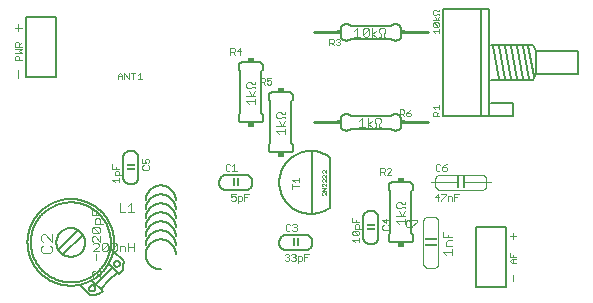
<source format=gto>
G75*
%MOIN*%
%OFA0B0*%
%FSLAX25Y25*%
%IPPOS*%
%LPD*%
%AMOC8*
5,1,8,0,0,1.08239X$1,22.5*
%
%ADD10C,0.00200*%
%ADD11C,0.00500*%
%ADD12R,0.00750X0.03000*%
%ADD13C,0.00300*%
%ADD14R,0.03000X0.00750*%
%ADD15C,0.00400*%
%ADD16C,0.00100*%
%ADD17R,0.01000X0.04000*%
%ADD18R,0.04000X0.01000*%
%ADD19C,0.00800*%
%ADD20C,0.00600*%
%ADD21R,0.02000X0.01500*%
%ADD22R,0.01500X0.01250*%
%ADD23C,0.00875*%
D10*
X0075304Y0035267D02*
X0075671Y0034900D01*
X0076405Y0034900D01*
X0076772Y0035267D01*
X0076772Y0036001D01*
X0076405Y0036368D01*
X0076038Y0036368D01*
X0075304Y0036001D01*
X0075304Y0037102D01*
X0076772Y0037102D01*
X0077514Y0036368D02*
X0078614Y0036368D01*
X0078981Y0036001D01*
X0078981Y0035267D01*
X0078614Y0034900D01*
X0077514Y0034900D01*
X0077514Y0034166D02*
X0077514Y0036368D01*
X0079723Y0036001D02*
X0080457Y0036001D01*
X0079723Y0034900D02*
X0079723Y0037102D01*
X0081191Y0037102D01*
X0095731Y0038890D02*
X0095731Y0040358D01*
X0095731Y0039624D02*
X0097933Y0039624D01*
X0097933Y0041100D02*
X0097933Y0042568D01*
X0097933Y0041834D02*
X0095731Y0041834D01*
X0096465Y0041100D01*
X0105632Y0041334D02*
X0105866Y0041100D01*
X0105632Y0041334D02*
X0105632Y0041801D01*
X0105866Y0042034D01*
X0106099Y0042034D01*
X0107033Y0041100D01*
X0107033Y0042034D01*
X0107033Y0042573D02*
X0106099Y0043507D01*
X0105866Y0043507D01*
X0105632Y0043274D01*
X0105632Y0042807D01*
X0105866Y0042573D01*
X0107033Y0042573D02*
X0107033Y0043507D01*
X0107033Y0044046D02*
X0106099Y0044981D01*
X0105866Y0044981D01*
X0105632Y0044747D01*
X0105632Y0044280D01*
X0105866Y0044046D01*
X0107033Y0044046D02*
X0107033Y0044981D01*
X0107033Y0040561D02*
X0107033Y0039627D01*
X0106099Y0040561D01*
X0105866Y0040561D01*
X0105632Y0040327D01*
X0105632Y0039860D01*
X0105866Y0039627D01*
X0105632Y0039088D02*
X0107033Y0039088D01*
X0105632Y0038153D01*
X0107033Y0038153D01*
X0107033Y0037614D02*
X0107033Y0036680D01*
X0106099Y0037614D01*
X0105866Y0037614D01*
X0105632Y0037381D01*
X0105632Y0036914D01*
X0105866Y0036680D01*
X0115731Y0029198D02*
X0115731Y0027730D01*
X0117933Y0027730D01*
X0117566Y0026988D02*
X0116832Y0026988D01*
X0116465Y0026621D01*
X0116465Y0025520D01*
X0118667Y0025520D01*
X0117933Y0025520D02*
X0117933Y0026621D01*
X0117566Y0026988D01*
X0116832Y0027730D02*
X0116832Y0028464D01*
X0116098Y0024778D02*
X0117566Y0023310D01*
X0117933Y0023677D01*
X0117933Y0024411D01*
X0117566Y0024778D01*
X0116098Y0024778D01*
X0115731Y0024411D01*
X0115731Y0023677D01*
X0116098Y0023310D01*
X0117566Y0023310D01*
X0117933Y0022568D02*
X0117933Y0021100D01*
X0117933Y0021834D02*
X0115731Y0021834D01*
X0116465Y0021100D01*
X0125731Y0025547D02*
X0126098Y0025180D01*
X0127566Y0025180D01*
X0127933Y0025547D01*
X0127933Y0026281D01*
X0127566Y0026648D01*
X0126832Y0027390D02*
X0126832Y0028858D01*
X0125731Y0028491D02*
X0126832Y0027390D01*
X0126098Y0026648D02*
X0125731Y0026281D01*
X0125731Y0025547D01*
X0125731Y0028491D02*
X0127933Y0028491D01*
X0133514Y0027935D02*
X0133514Y0026467D01*
X0133881Y0026100D01*
X0134614Y0026100D01*
X0134981Y0026467D01*
X0135723Y0026467D02*
X0135723Y0026100D01*
X0135723Y0026467D02*
X0137191Y0027935D01*
X0137191Y0028302D01*
X0135723Y0028302D01*
X0134981Y0027935D02*
X0134614Y0028302D01*
X0133881Y0028302D01*
X0133514Y0027935D01*
X0144195Y0034900D02*
X0144195Y0037102D01*
X0143094Y0036001D01*
X0144562Y0036001D01*
X0145304Y0035267D02*
X0145304Y0034900D01*
X0145304Y0035267D02*
X0146772Y0036735D01*
X0146772Y0037102D01*
X0145304Y0037102D01*
X0147514Y0036368D02*
X0148614Y0036368D01*
X0148981Y0036001D01*
X0148981Y0034900D01*
X0149723Y0034900D02*
X0149723Y0037102D01*
X0151191Y0037102D01*
X0150457Y0036001D02*
X0149723Y0036001D01*
X0147514Y0036368D02*
X0147514Y0034900D01*
X0146744Y0044900D02*
X0146010Y0044900D01*
X0145643Y0045267D01*
X0145643Y0046001D01*
X0146744Y0046001D01*
X0147111Y0045634D01*
X0147111Y0045267D01*
X0146744Y0044900D01*
X0145643Y0046001D02*
X0146377Y0046735D01*
X0147111Y0047102D01*
X0144901Y0046735D02*
X0144534Y0047102D01*
X0143800Y0047102D01*
X0143433Y0046735D01*
X0143433Y0045267D01*
X0143800Y0044900D01*
X0144534Y0044900D01*
X0144901Y0045267D01*
X0128691Y0045435D02*
X0128324Y0045802D01*
X0127590Y0045802D01*
X0127223Y0045435D01*
X0126481Y0045435D02*
X0126481Y0044701D01*
X0126114Y0044334D01*
X0125014Y0044334D01*
X0125748Y0044334D02*
X0126481Y0043600D01*
X0127223Y0043600D02*
X0128691Y0045068D01*
X0128691Y0045435D01*
X0126481Y0045435D02*
X0126114Y0045802D01*
X0125014Y0045802D01*
X0125014Y0043600D01*
X0127223Y0043600D02*
X0128691Y0043600D01*
X0097111Y0026735D02*
X0097111Y0026368D01*
X0096744Y0026001D01*
X0097111Y0025634D01*
X0097111Y0025267D01*
X0096744Y0024900D01*
X0096010Y0024900D01*
X0095643Y0025267D01*
X0094901Y0025267D02*
X0094534Y0024900D01*
X0093800Y0024900D01*
X0093433Y0025267D01*
X0093433Y0026735D01*
X0093800Y0027102D01*
X0094534Y0027102D01*
X0094901Y0026735D01*
X0095643Y0026735D02*
X0096010Y0027102D01*
X0096744Y0027102D01*
X0097111Y0026735D01*
X0096744Y0026001D02*
X0096377Y0026001D01*
X0096405Y0017102D02*
X0095671Y0017102D01*
X0095304Y0016735D01*
X0094562Y0016735D02*
X0094562Y0016368D01*
X0094195Y0016001D01*
X0094562Y0015634D01*
X0094562Y0015267D01*
X0094195Y0014900D01*
X0093461Y0014900D01*
X0093094Y0015267D01*
X0093828Y0016001D02*
X0094195Y0016001D01*
X0094562Y0016735D02*
X0094195Y0017102D01*
X0093461Y0017102D01*
X0093094Y0016735D01*
X0096038Y0016001D02*
X0096405Y0016001D01*
X0096772Y0015634D01*
X0096772Y0015267D01*
X0096405Y0014900D01*
X0095671Y0014900D01*
X0095304Y0015267D01*
X0096405Y0016001D02*
X0096772Y0016368D01*
X0096772Y0016735D01*
X0096405Y0017102D01*
X0097514Y0016368D02*
X0098614Y0016368D01*
X0098981Y0016001D01*
X0098981Y0015267D01*
X0098614Y0014900D01*
X0097514Y0014900D01*
X0097514Y0014166D02*
X0097514Y0016368D01*
X0099723Y0016001D02*
X0100457Y0016001D01*
X0099723Y0014900D02*
X0099723Y0017102D01*
X0101191Y0017102D01*
X0077111Y0044900D02*
X0075643Y0044900D01*
X0076377Y0044900D02*
X0076377Y0047102D01*
X0075643Y0046368D01*
X0074901Y0046735D02*
X0074534Y0047102D01*
X0073800Y0047102D01*
X0073433Y0046735D01*
X0073433Y0045267D01*
X0073800Y0044900D01*
X0074534Y0044900D01*
X0074901Y0045267D01*
X0047933Y0045547D02*
X0047933Y0046281D01*
X0047566Y0046648D01*
X0047566Y0047390D02*
X0047933Y0047757D01*
X0047933Y0048491D01*
X0047566Y0048858D01*
X0046832Y0048858D01*
X0046465Y0048491D01*
X0046465Y0048124D01*
X0046832Y0047390D01*
X0045731Y0047390D01*
X0045731Y0048858D01*
X0046098Y0046648D02*
X0045731Y0046281D01*
X0045731Y0045547D01*
X0046098Y0045180D01*
X0047566Y0045180D01*
X0047933Y0045547D01*
X0038667Y0043310D02*
X0036465Y0043310D01*
X0036465Y0044411D01*
X0036832Y0044778D01*
X0037566Y0044778D01*
X0037933Y0044411D01*
X0037933Y0043310D01*
X0037933Y0042568D02*
X0037933Y0041100D01*
X0037933Y0041834D02*
X0035731Y0041834D01*
X0036465Y0041100D01*
X0036832Y0045520D02*
X0036832Y0046254D01*
X0035731Y0045520D02*
X0035731Y0046988D01*
X0035731Y0045520D02*
X0037933Y0045520D01*
X0085014Y0073600D02*
X0085014Y0075802D01*
X0086114Y0075802D01*
X0086481Y0075435D01*
X0086481Y0074701D01*
X0086114Y0074334D01*
X0085014Y0074334D01*
X0085748Y0074334D02*
X0086481Y0073600D01*
X0087223Y0073967D02*
X0087590Y0073600D01*
X0088324Y0073600D01*
X0088691Y0073967D01*
X0088691Y0074701D01*
X0088324Y0075068D01*
X0087957Y0075068D01*
X0087223Y0074701D01*
X0087223Y0075802D01*
X0088691Y0075802D01*
X0078324Y0083600D02*
X0078324Y0085802D01*
X0077223Y0084701D01*
X0078691Y0084701D01*
X0076481Y0084701D02*
X0076114Y0084334D01*
X0075014Y0084334D01*
X0075748Y0084334D02*
X0076481Y0083600D01*
X0075014Y0083600D02*
X0075014Y0085802D01*
X0076114Y0085802D01*
X0076481Y0085435D01*
X0076481Y0084701D01*
X0045611Y0075350D02*
X0044143Y0075350D01*
X0044877Y0075350D02*
X0044877Y0077552D01*
X0044143Y0076818D01*
X0043401Y0077552D02*
X0041933Y0077552D01*
X0042667Y0077552D02*
X0042667Y0075350D01*
X0041191Y0075350D02*
X0041191Y0077552D01*
X0039723Y0077552D02*
X0041191Y0075350D01*
X0039723Y0075350D02*
X0039723Y0077552D01*
X0038981Y0076818D02*
X0038981Y0075350D01*
X0038981Y0076451D02*
X0037514Y0076451D01*
X0037514Y0076818D02*
X0037514Y0075350D01*
X0037514Y0076818D02*
X0038248Y0077552D01*
X0038981Y0076818D01*
X0005433Y0081785D02*
X0003231Y0081785D01*
X0003231Y0082886D01*
X0003598Y0083253D01*
X0004332Y0083253D01*
X0004699Y0082886D01*
X0004699Y0081785D01*
X0005433Y0083995D02*
X0003231Y0083995D01*
X0003231Y0085463D02*
X0005433Y0085463D01*
X0004699Y0084729D01*
X0005433Y0083995D01*
X0005433Y0086205D02*
X0003231Y0086205D01*
X0003231Y0087306D01*
X0003598Y0087673D01*
X0004332Y0087673D01*
X0004699Y0087306D01*
X0004699Y0086205D01*
X0004699Y0086939D02*
X0005433Y0087673D01*
X0107982Y0087434D02*
X0109083Y0087434D01*
X0109450Y0087801D01*
X0109450Y0088535D01*
X0109083Y0088902D01*
X0107982Y0088902D01*
X0107982Y0086700D01*
X0108716Y0087434D02*
X0109450Y0086700D01*
X0110192Y0087067D02*
X0110559Y0086700D01*
X0111293Y0086700D01*
X0111660Y0087067D01*
X0111660Y0087434D01*
X0111293Y0087801D01*
X0110926Y0087801D01*
X0111293Y0087801D02*
X0111660Y0088168D01*
X0111660Y0088535D01*
X0111293Y0088902D01*
X0110559Y0088902D01*
X0110192Y0088535D01*
X0142531Y0091363D02*
X0143265Y0090629D01*
X0142531Y0091363D02*
X0144733Y0091363D01*
X0144733Y0090629D02*
X0144733Y0092097D01*
X0144366Y0092839D02*
X0142898Y0092839D01*
X0142531Y0093206D01*
X0142531Y0093940D01*
X0142898Y0094307D01*
X0144366Y0092839D01*
X0144733Y0093206D01*
X0144733Y0093940D01*
X0144366Y0094307D01*
X0142898Y0094307D01*
X0142531Y0095049D02*
X0144733Y0095049D01*
X0143999Y0095049D02*
X0143265Y0096149D01*
X0142898Y0096890D02*
X0142531Y0097257D01*
X0142531Y0097991D01*
X0142898Y0098358D01*
X0143632Y0098358D01*
X0143999Y0097991D01*
X0144733Y0097991D01*
X0144733Y0098358D01*
X0144733Y0097257D02*
X0143999Y0097257D01*
X0143632Y0096890D01*
X0142898Y0096890D01*
X0144733Y0096890D02*
X0144733Y0097257D01*
X0144733Y0096149D02*
X0143999Y0095049D01*
X0144733Y0066778D02*
X0144733Y0065310D01*
X0144733Y0066044D02*
X0142531Y0066044D01*
X0143265Y0065310D01*
X0142898Y0064568D02*
X0143632Y0064568D01*
X0143999Y0064201D01*
X0143999Y0063100D01*
X0143999Y0063834D02*
X0144733Y0064568D01*
X0142898Y0064568D02*
X0142531Y0064201D01*
X0142531Y0063100D01*
X0144733Y0063100D01*
X0135142Y0063467D02*
X0134775Y0063100D01*
X0134041Y0063100D01*
X0133674Y0063467D01*
X0133674Y0064201D01*
X0134775Y0064201D01*
X0135142Y0063834D01*
X0135142Y0063467D01*
X0134408Y0064935D02*
X0133674Y0064201D01*
X0132932Y0064201D02*
X0132566Y0063834D01*
X0131465Y0063834D01*
X0132199Y0063834D02*
X0132932Y0063100D01*
X0132932Y0064201D02*
X0132932Y0064935D01*
X0132566Y0065302D01*
X0131465Y0065302D01*
X0131465Y0063100D01*
X0134408Y0064935D02*
X0135142Y0065302D01*
X0168307Y0017301D02*
X0168307Y0016100D01*
X0170108Y0016100D01*
X0170108Y0015459D02*
X0168907Y0015459D01*
X0168307Y0014859D01*
X0168907Y0014258D01*
X0170108Y0014258D01*
X0169208Y0014258D02*
X0169208Y0015459D01*
X0169208Y0016100D02*
X0169208Y0016701D01*
D11*
X0028185Y0003431D02*
X0024976Y0006640D01*
X0027940Y0005720D02*
X0027942Y0005783D01*
X0027948Y0005845D01*
X0027958Y0005907D01*
X0027971Y0005969D01*
X0027989Y0006029D01*
X0028010Y0006088D01*
X0028035Y0006146D01*
X0028064Y0006202D01*
X0028096Y0006256D01*
X0028131Y0006308D01*
X0028169Y0006357D01*
X0028211Y0006405D01*
X0028255Y0006449D01*
X0028303Y0006491D01*
X0028352Y0006529D01*
X0028404Y0006564D01*
X0028458Y0006596D01*
X0028514Y0006625D01*
X0028572Y0006650D01*
X0028631Y0006671D01*
X0028691Y0006689D01*
X0028753Y0006702D01*
X0028815Y0006712D01*
X0028877Y0006718D01*
X0028940Y0006720D01*
X0029003Y0006718D01*
X0029065Y0006712D01*
X0029127Y0006702D01*
X0029189Y0006689D01*
X0029249Y0006671D01*
X0029308Y0006650D01*
X0029366Y0006625D01*
X0029422Y0006596D01*
X0029476Y0006564D01*
X0029528Y0006529D01*
X0029577Y0006491D01*
X0029625Y0006449D01*
X0029669Y0006405D01*
X0029711Y0006357D01*
X0029749Y0006308D01*
X0029784Y0006256D01*
X0029816Y0006202D01*
X0029845Y0006146D01*
X0029870Y0006088D01*
X0029891Y0006029D01*
X0029909Y0005969D01*
X0029922Y0005907D01*
X0029932Y0005845D01*
X0029938Y0005783D01*
X0029940Y0005720D01*
X0029938Y0005657D01*
X0029932Y0005595D01*
X0029922Y0005533D01*
X0029909Y0005471D01*
X0029891Y0005411D01*
X0029870Y0005352D01*
X0029845Y0005294D01*
X0029816Y0005238D01*
X0029784Y0005184D01*
X0029749Y0005132D01*
X0029711Y0005083D01*
X0029669Y0005035D01*
X0029625Y0004991D01*
X0029577Y0004949D01*
X0029528Y0004911D01*
X0029476Y0004876D01*
X0029422Y0004844D01*
X0029366Y0004815D01*
X0029308Y0004790D01*
X0029249Y0004769D01*
X0029189Y0004751D01*
X0029127Y0004738D01*
X0029065Y0004728D01*
X0029003Y0004722D01*
X0028940Y0004720D01*
X0028877Y0004722D01*
X0028815Y0004728D01*
X0028753Y0004738D01*
X0028691Y0004751D01*
X0028631Y0004769D01*
X0028572Y0004790D01*
X0028514Y0004815D01*
X0028458Y0004844D01*
X0028404Y0004876D01*
X0028352Y0004911D01*
X0028303Y0004949D01*
X0028255Y0004991D01*
X0028211Y0005035D01*
X0028169Y0005083D01*
X0028131Y0005132D01*
X0028096Y0005184D01*
X0028064Y0005238D01*
X0028035Y0005294D01*
X0028010Y0005352D01*
X0027989Y0005411D01*
X0027971Y0005471D01*
X0027958Y0005533D01*
X0027948Y0005595D01*
X0027942Y0005657D01*
X0027940Y0005720D01*
X0030276Y0007132D02*
X0035683Y0012539D01*
X0034573Y0013784D02*
X0037919Y0010437D01*
X0039203Y0011721D01*
X0039316Y0013197D01*
X0039428Y0014674D01*
X0036060Y0018042D01*
X0036193Y0013918D02*
X0036195Y0013981D01*
X0036201Y0014043D01*
X0036211Y0014105D01*
X0036224Y0014167D01*
X0036242Y0014227D01*
X0036263Y0014286D01*
X0036288Y0014344D01*
X0036317Y0014400D01*
X0036349Y0014454D01*
X0036384Y0014506D01*
X0036422Y0014555D01*
X0036464Y0014603D01*
X0036508Y0014647D01*
X0036556Y0014689D01*
X0036605Y0014727D01*
X0036657Y0014762D01*
X0036711Y0014794D01*
X0036767Y0014823D01*
X0036825Y0014848D01*
X0036884Y0014869D01*
X0036944Y0014887D01*
X0037006Y0014900D01*
X0037068Y0014910D01*
X0037130Y0014916D01*
X0037193Y0014918D01*
X0037256Y0014916D01*
X0037318Y0014910D01*
X0037380Y0014900D01*
X0037442Y0014887D01*
X0037502Y0014869D01*
X0037561Y0014848D01*
X0037619Y0014823D01*
X0037675Y0014794D01*
X0037729Y0014762D01*
X0037781Y0014727D01*
X0037830Y0014689D01*
X0037878Y0014647D01*
X0037922Y0014603D01*
X0037964Y0014555D01*
X0038002Y0014506D01*
X0038037Y0014454D01*
X0038069Y0014400D01*
X0038098Y0014344D01*
X0038123Y0014286D01*
X0038144Y0014227D01*
X0038162Y0014167D01*
X0038175Y0014105D01*
X0038185Y0014043D01*
X0038191Y0013981D01*
X0038193Y0013918D01*
X0038191Y0013855D01*
X0038185Y0013793D01*
X0038175Y0013731D01*
X0038162Y0013669D01*
X0038144Y0013609D01*
X0038123Y0013550D01*
X0038098Y0013492D01*
X0038069Y0013436D01*
X0038037Y0013382D01*
X0038002Y0013330D01*
X0037964Y0013281D01*
X0037922Y0013233D01*
X0037878Y0013189D01*
X0037830Y0013147D01*
X0037781Y0013109D01*
X0037729Y0013074D01*
X0037675Y0013042D01*
X0037619Y0013013D01*
X0037561Y0012988D01*
X0037502Y0012967D01*
X0037442Y0012949D01*
X0037380Y0012936D01*
X0037318Y0012926D01*
X0037256Y0012920D01*
X0037193Y0012918D01*
X0037130Y0012920D01*
X0037068Y0012926D01*
X0037006Y0012936D01*
X0036944Y0012949D01*
X0036884Y0012967D01*
X0036825Y0012988D01*
X0036767Y0013013D01*
X0036711Y0013042D01*
X0036657Y0013074D01*
X0036605Y0013109D01*
X0036556Y0013147D01*
X0036508Y0013189D01*
X0036464Y0013233D01*
X0036422Y0013281D01*
X0036384Y0013330D01*
X0036349Y0013382D01*
X0036317Y0013436D01*
X0036288Y0013492D01*
X0036263Y0013550D01*
X0036242Y0013609D01*
X0036224Y0013669D01*
X0036211Y0013731D01*
X0036201Y0013793D01*
X0036195Y0013855D01*
X0036193Y0013918D01*
X0037086Y0010823D02*
X0034555Y0008292D01*
X0034554Y0008292D02*
X0031774Y0005511D01*
X0032410Y0004928D02*
X0029063Y0008275D01*
X0032410Y0004928D02*
X0031126Y0003645D01*
X0029656Y0003538D01*
X0028185Y0003431D01*
X0019334Y0016988D02*
X0025842Y0023497D01*
X0024238Y0025101D02*
X0017730Y0018593D01*
X0008498Y0021000D02*
X0008502Y0021327D01*
X0008514Y0021654D01*
X0008534Y0021981D01*
X0008562Y0022307D01*
X0008598Y0022632D01*
X0008642Y0022957D01*
X0008694Y0023280D01*
X0008754Y0023602D01*
X0008822Y0023922D01*
X0008898Y0024240D01*
X0008981Y0024557D01*
X0009072Y0024871D01*
X0009171Y0025183D01*
X0009278Y0025492D01*
X0009392Y0025799D01*
X0009513Y0026103D01*
X0009642Y0026404D01*
X0009778Y0026701D01*
X0009922Y0026996D01*
X0010073Y0027286D01*
X0010230Y0027573D01*
X0010395Y0027856D01*
X0010567Y0028134D01*
X0010745Y0028409D01*
X0010931Y0028678D01*
X0011122Y0028944D01*
X0011320Y0029204D01*
X0011525Y0029460D01*
X0011736Y0029710D01*
X0011952Y0029955D01*
X0012175Y0030195D01*
X0012404Y0030429D01*
X0012638Y0030658D01*
X0012878Y0030881D01*
X0013123Y0031097D01*
X0013373Y0031308D01*
X0013629Y0031513D01*
X0013889Y0031711D01*
X0014155Y0031902D01*
X0014424Y0032088D01*
X0014699Y0032266D01*
X0014977Y0032438D01*
X0015260Y0032603D01*
X0015547Y0032760D01*
X0015837Y0032911D01*
X0016132Y0033055D01*
X0016429Y0033191D01*
X0016730Y0033320D01*
X0017034Y0033441D01*
X0017341Y0033555D01*
X0017650Y0033662D01*
X0017962Y0033761D01*
X0018276Y0033852D01*
X0018593Y0033935D01*
X0018911Y0034011D01*
X0019231Y0034079D01*
X0019553Y0034139D01*
X0019876Y0034191D01*
X0020201Y0034235D01*
X0020526Y0034271D01*
X0020852Y0034299D01*
X0021179Y0034319D01*
X0021506Y0034331D01*
X0021833Y0034335D01*
X0022160Y0034331D01*
X0022487Y0034319D01*
X0022814Y0034299D01*
X0023140Y0034271D01*
X0023465Y0034235D01*
X0023790Y0034191D01*
X0024113Y0034139D01*
X0024435Y0034079D01*
X0024755Y0034011D01*
X0025073Y0033935D01*
X0025390Y0033852D01*
X0025704Y0033761D01*
X0026016Y0033662D01*
X0026325Y0033555D01*
X0026632Y0033441D01*
X0026936Y0033320D01*
X0027237Y0033191D01*
X0027534Y0033055D01*
X0027829Y0032911D01*
X0028119Y0032760D01*
X0028406Y0032603D01*
X0028689Y0032438D01*
X0028967Y0032266D01*
X0029242Y0032088D01*
X0029511Y0031902D01*
X0029777Y0031711D01*
X0030037Y0031513D01*
X0030293Y0031308D01*
X0030543Y0031097D01*
X0030788Y0030881D01*
X0031028Y0030658D01*
X0031262Y0030429D01*
X0031491Y0030195D01*
X0031714Y0029955D01*
X0031930Y0029710D01*
X0032141Y0029460D01*
X0032346Y0029204D01*
X0032544Y0028944D01*
X0032735Y0028678D01*
X0032921Y0028409D01*
X0033099Y0028134D01*
X0033271Y0027856D01*
X0033436Y0027573D01*
X0033593Y0027286D01*
X0033744Y0026996D01*
X0033888Y0026701D01*
X0034024Y0026404D01*
X0034153Y0026103D01*
X0034274Y0025799D01*
X0034388Y0025492D01*
X0034495Y0025183D01*
X0034594Y0024871D01*
X0034685Y0024557D01*
X0034768Y0024240D01*
X0034844Y0023922D01*
X0034912Y0023602D01*
X0034972Y0023280D01*
X0035024Y0022957D01*
X0035068Y0022632D01*
X0035104Y0022307D01*
X0035132Y0021981D01*
X0035152Y0021654D01*
X0035164Y0021327D01*
X0035168Y0021000D01*
X0035164Y0020673D01*
X0035152Y0020346D01*
X0035132Y0020019D01*
X0035104Y0019693D01*
X0035068Y0019368D01*
X0035024Y0019043D01*
X0034972Y0018720D01*
X0034912Y0018398D01*
X0034844Y0018078D01*
X0034768Y0017760D01*
X0034685Y0017443D01*
X0034594Y0017129D01*
X0034495Y0016817D01*
X0034388Y0016508D01*
X0034274Y0016201D01*
X0034153Y0015897D01*
X0034024Y0015596D01*
X0033888Y0015299D01*
X0033744Y0015004D01*
X0033593Y0014714D01*
X0033436Y0014427D01*
X0033271Y0014144D01*
X0033099Y0013866D01*
X0032921Y0013591D01*
X0032735Y0013322D01*
X0032544Y0013056D01*
X0032346Y0012796D01*
X0032141Y0012540D01*
X0031930Y0012290D01*
X0031714Y0012045D01*
X0031491Y0011805D01*
X0031262Y0011571D01*
X0031028Y0011342D01*
X0030788Y0011119D01*
X0030543Y0010903D01*
X0030293Y0010692D01*
X0030037Y0010487D01*
X0029777Y0010289D01*
X0029511Y0010098D01*
X0029242Y0009912D01*
X0028967Y0009734D01*
X0028689Y0009562D01*
X0028406Y0009397D01*
X0028119Y0009240D01*
X0027829Y0009089D01*
X0027534Y0008945D01*
X0027237Y0008809D01*
X0026936Y0008680D01*
X0026632Y0008559D01*
X0026325Y0008445D01*
X0026016Y0008338D01*
X0025704Y0008239D01*
X0025390Y0008148D01*
X0025073Y0008065D01*
X0024755Y0007989D01*
X0024435Y0007921D01*
X0024113Y0007861D01*
X0023790Y0007809D01*
X0023465Y0007765D01*
X0023140Y0007729D01*
X0022814Y0007701D01*
X0022487Y0007681D01*
X0022160Y0007669D01*
X0021833Y0007665D01*
X0021506Y0007669D01*
X0021179Y0007681D01*
X0020852Y0007701D01*
X0020526Y0007729D01*
X0020201Y0007765D01*
X0019876Y0007809D01*
X0019553Y0007861D01*
X0019231Y0007921D01*
X0018911Y0007989D01*
X0018593Y0008065D01*
X0018276Y0008148D01*
X0017962Y0008239D01*
X0017650Y0008338D01*
X0017341Y0008445D01*
X0017034Y0008559D01*
X0016730Y0008680D01*
X0016429Y0008809D01*
X0016132Y0008945D01*
X0015837Y0009089D01*
X0015547Y0009240D01*
X0015260Y0009397D01*
X0014977Y0009562D01*
X0014699Y0009734D01*
X0014424Y0009912D01*
X0014155Y0010098D01*
X0013889Y0010289D01*
X0013629Y0010487D01*
X0013373Y0010692D01*
X0013123Y0010903D01*
X0012878Y0011119D01*
X0012638Y0011342D01*
X0012404Y0011571D01*
X0012175Y0011805D01*
X0011952Y0012045D01*
X0011736Y0012290D01*
X0011525Y0012540D01*
X0011320Y0012796D01*
X0011122Y0013056D01*
X0010931Y0013322D01*
X0010745Y0013591D01*
X0010567Y0013866D01*
X0010395Y0014144D01*
X0010230Y0014427D01*
X0010073Y0014714D01*
X0009922Y0015004D01*
X0009778Y0015299D01*
X0009642Y0015596D01*
X0009513Y0015897D01*
X0009392Y0016201D01*
X0009278Y0016508D01*
X0009171Y0016817D01*
X0009072Y0017129D01*
X0008981Y0017443D01*
X0008898Y0017760D01*
X0008822Y0018078D01*
X0008754Y0018398D01*
X0008694Y0018720D01*
X0008642Y0019043D01*
X0008598Y0019368D01*
X0008562Y0019693D01*
X0008534Y0020019D01*
X0008514Y0020346D01*
X0008502Y0020673D01*
X0008498Y0021000D01*
X0007389Y0021000D02*
X0007393Y0021354D01*
X0007406Y0021709D01*
X0007428Y0022063D01*
X0007459Y0022416D01*
X0007498Y0022768D01*
X0007545Y0023119D01*
X0007602Y0023469D01*
X0007667Y0023818D01*
X0007740Y0024165D01*
X0007822Y0024510D01*
X0007912Y0024852D01*
X0008011Y0025193D01*
X0008118Y0025531D01*
X0008233Y0025866D01*
X0008357Y0026198D01*
X0008488Y0026527D01*
X0008628Y0026853D01*
X0008776Y0027176D01*
X0008931Y0027494D01*
X0009095Y0027809D01*
X0009265Y0028119D01*
X0009444Y0028426D01*
X0009630Y0028728D01*
X0009823Y0029025D01*
X0010024Y0029317D01*
X0010231Y0029604D01*
X0010446Y0029886D01*
X0010668Y0030163D01*
X0010896Y0030434D01*
X0011131Y0030700D01*
X0011372Y0030960D01*
X0011620Y0031213D01*
X0011873Y0031461D01*
X0012133Y0031702D01*
X0012399Y0031937D01*
X0012670Y0032165D01*
X0012947Y0032387D01*
X0013229Y0032602D01*
X0013516Y0032809D01*
X0013808Y0033010D01*
X0014105Y0033203D01*
X0014407Y0033389D01*
X0014714Y0033568D01*
X0015024Y0033738D01*
X0015339Y0033902D01*
X0015657Y0034057D01*
X0015980Y0034205D01*
X0016306Y0034345D01*
X0016635Y0034476D01*
X0016967Y0034600D01*
X0017302Y0034715D01*
X0017640Y0034822D01*
X0017981Y0034921D01*
X0018323Y0035011D01*
X0018668Y0035093D01*
X0019015Y0035166D01*
X0019364Y0035231D01*
X0019714Y0035288D01*
X0020065Y0035335D01*
X0020417Y0035374D01*
X0020770Y0035405D01*
X0021124Y0035427D01*
X0021479Y0035440D01*
X0021833Y0035444D01*
X0022187Y0035440D01*
X0022542Y0035427D01*
X0022896Y0035405D01*
X0023249Y0035374D01*
X0023601Y0035335D01*
X0023952Y0035288D01*
X0024302Y0035231D01*
X0024651Y0035166D01*
X0024998Y0035093D01*
X0025343Y0035011D01*
X0025685Y0034921D01*
X0026026Y0034822D01*
X0026364Y0034715D01*
X0026699Y0034600D01*
X0027031Y0034476D01*
X0027360Y0034345D01*
X0027686Y0034205D01*
X0028009Y0034057D01*
X0028327Y0033902D01*
X0028642Y0033738D01*
X0028952Y0033568D01*
X0029259Y0033389D01*
X0029561Y0033203D01*
X0029858Y0033010D01*
X0030150Y0032809D01*
X0030437Y0032602D01*
X0030719Y0032387D01*
X0030996Y0032165D01*
X0031267Y0031937D01*
X0031533Y0031702D01*
X0031793Y0031461D01*
X0032046Y0031213D01*
X0032294Y0030960D01*
X0032535Y0030700D01*
X0032770Y0030434D01*
X0032998Y0030163D01*
X0033220Y0029886D01*
X0033435Y0029604D01*
X0033642Y0029317D01*
X0033843Y0029025D01*
X0034036Y0028728D01*
X0034222Y0028426D01*
X0034401Y0028119D01*
X0034571Y0027809D01*
X0034735Y0027494D01*
X0034890Y0027176D01*
X0035038Y0026853D01*
X0035178Y0026527D01*
X0035309Y0026198D01*
X0035433Y0025866D01*
X0035548Y0025531D01*
X0035655Y0025193D01*
X0035754Y0024852D01*
X0035844Y0024510D01*
X0035926Y0024165D01*
X0035999Y0023818D01*
X0036064Y0023469D01*
X0036121Y0023119D01*
X0036168Y0022768D01*
X0036207Y0022416D01*
X0036238Y0022063D01*
X0036260Y0021709D01*
X0036273Y0021354D01*
X0036277Y0021000D01*
X0036273Y0020646D01*
X0036260Y0020291D01*
X0036238Y0019937D01*
X0036207Y0019584D01*
X0036168Y0019232D01*
X0036121Y0018881D01*
X0036064Y0018531D01*
X0035999Y0018182D01*
X0035926Y0017835D01*
X0035844Y0017490D01*
X0035754Y0017148D01*
X0035655Y0016807D01*
X0035548Y0016469D01*
X0035433Y0016134D01*
X0035309Y0015802D01*
X0035178Y0015473D01*
X0035038Y0015147D01*
X0034890Y0014824D01*
X0034735Y0014506D01*
X0034571Y0014191D01*
X0034401Y0013881D01*
X0034222Y0013574D01*
X0034036Y0013272D01*
X0033843Y0012975D01*
X0033642Y0012683D01*
X0033435Y0012396D01*
X0033220Y0012114D01*
X0032998Y0011837D01*
X0032770Y0011566D01*
X0032535Y0011300D01*
X0032294Y0011040D01*
X0032046Y0010787D01*
X0031793Y0010539D01*
X0031533Y0010298D01*
X0031267Y0010063D01*
X0030996Y0009835D01*
X0030719Y0009613D01*
X0030437Y0009398D01*
X0030150Y0009191D01*
X0029858Y0008990D01*
X0029561Y0008797D01*
X0029259Y0008611D01*
X0028952Y0008432D01*
X0028642Y0008262D01*
X0028327Y0008098D01*
X0028009Y0007943D01*
X0027686Y0007795D01*
X0027360Y0007655D01*
X0027031Y0007524D01*
X0026699Y0007400D01*
X0026364Y0007285D01*
X0026026Y0007178D01*
X0025685Y0007079D01*
X0025343Y0006989D01*
X0024998Y0006907D01*
X0024651Y0006834D01*
X0024302Y0006769D01*
X0023952Y0006712D01*
X0023601Y0006665D01*
X0023249Y0006626D01*
X0022896Y0006595D01*
X0022542Y0006573D01*
X0022187Y0006560D01*
X0021833Y0006556D01*
X0021479Y0006560D01*
X0021124Y0006573D01*
X0020770Y0006595D01*
X0020417Y0006626D01*
X0020065Y0006665D01*
X0019714Y0006712D01*
X0019364Y0006769D01*
X0019015Y0006834D01*
X0018668Y0006907D01*
X0018323Y0006989D01*
X0017981Y0007079D01*
X0017640Y0007178D01*
X0017302Y0007285D01*
X0016967Y0007400D01*
X0016635Y0007524D01*
X0016306Y0007655D01*
X0015980Y0007795D01*
X0015657Y0007943D01*
X0015339Y0008098D01*
X0015024Y0008262D01*
X0014714Y0008432D01*
X0014407Y0008611D01*
X0014105Y0008797D01*
X0013808Y0008990D01*
X0013516Y0009191D01*
X0013229Y0009398D01*
X0012947Y0009613D01*
X0012670Y0009835D01*
X0012399Y0010063D01*
X0012133Y0010298D01*
X0011873Y0010539D01*
X0011620Y0010787D01*
X0011372Y0011040D01*
X0011131Y0011300D01*
X0010896Y0011566D01*
X0010668Y0011837D01*
X0010446Y0012114D01*
X0010231Y0012396D01*
X0010024Y0012683D01*
X0009823Y0012975D01*
X0009630Y0013272D01*
X0009444Y0013574D01*
X0009265Y0013881D01*
X0009095Y0014191D01*
X0008931Y0014506D01*
X0008776Y0014824D01*
X0008628Y0015147D01*
X0008488Y0015473D01*
X0008357Y0015802D01*
X0008233Y0016134D01*
X0008118Y0016469D01*
X0008011Y0016807D01*
X0007912Y0017148D01*
X0007822Y0017490D01*
X0007740Y0017835D01*
X0007667Y0018182D01*
X0007602Y0018531D01*
X0007545Y0018881D01*
X0007498Y0019232D01*
X0007459Y0019584D01*
X0007428Y0019937D01*
X0007406Y0020291D01*
X0007393Y0020646D01*
X0007389Y0021000D01*
X0017033Y0021000D02*
X0017035Y0021138D01*
X0017041Y0021277D01*
X0017051Y0021415D01*
X0017065Y0021552D01*
X0017083Y0021689D01*
X0017105Y0021826D01*
X0017130Y0021962D01*
X0017160Y0022097D01*
X0017194Y0022231D01*
X0017231Y0022364D01*
X0017272Y0022496D01*
X0017317Y0022627D01*
X0017366Y0022757D01*
X0017418Y0022885D01*
X0017475Y0023011D01*
X0017534Y0023136D01*
X0017598Y0023259D01*
X0017665Y0023380D01*
X0017735Y0023499D01*
X0017809Y0023616D01*
X0017886Y0023731D01*
X0017966Y0023844D01*
X0018050Y0023954D01*
X0018136Y0024062D01*
X0018226Y0024167D01*
X0018319Y0024270D01*
X0018415Y0024370D01*
X0018513Y0024467D01*
X0018614Y0024561D01*
X0018718Y0024652D01*
X0018825Y0024740D01*
X0018934Y0024826D01*
X0019045Y0024908D01*
X0019159Y0024986D01*
X0019275Y0025062D01*
X0019393Y0025134D01*
X0019513Y0025202D01*
X0019635Y0025267D01*
X0019759Y0025329D01*
X0019885Y0025387D01*
X0020012Y0025441D01*
X0020141Y0025492D01*
X0020271Y0025539D01*
X0020402Y0025582D01*
X0020535Y0025621D01*
X0020669Y0025657D01*
X0020803Y0025688D01*
X0020939Y0025716D01*
X0021075Y0025740D01*
X0021212Y0025760D01*
X0021350Y0025776D01*
X0021487Y0025788D01*
X0021626Y0025796D01*
X0021764Y0025800D01*
X0021902Y0025800D01*
X0022040Y0025796D01*
X0022179Y0025788D01*
X0022316Y0025776D01*
X0022454Y0025760D01*
X0022591Y0025740D01*
X0022727Y0025716D01*
X0022863Y0025688D01*
X0022997Y0025657D01*
X0023131Y0025621D01*
X0023264Y0025582D01*
X0023395Y0025539D01*
X0023525Y0025492D01*
X0023654Y0025441D01*
X0023781Y0025387D01*
X0023907Y0025329D01*
X0024031Y0025267D01*
X0024153Y0025202D01*
X0024273Y0025134D01*
X0024391Y0025062D01*
X0024507Y0024986D01*
X0024621Y0024908D01*
X0024732Y0024826D01*
X0024841Y0024740D01*
X0024948Y0024652D01*
X0025052Y0024561D01*
X0025153Y0024467D01*
X0025251Y0024370D01*
X0025347Y0024270D01*
X0025440Y0024167D01*
X0025530Y0024062D01*
X0025616Y0023954D01*
X0025700Y0023844D01*
X0025780Y0023731D01*
X0025857Y0023616D01*
X0025931Y0023499D01*
X0026001Y0023380D01*
X0026068Y0023259D01*
X0026132Y0023136D01*
X0026191Y0023011D01*
X0026248Y0022885D01*
X0026300Y0022757D01*
X0026349Y0022627D01*
X0026394Y0022496D01*
X0026435Y0022364D01*
X0026472Y0022231D01*
X0026506Y0022097D01*
X0026536Y0021962D01*
X0026561Y0021826D01*
X0026583Y0021689D01*
X0026601Y0021552D01*
X0026615Y0021415D01*
X0026625Y0021277D01*
X0026631Y0021138D01*
X0026633Y0021000D01*
X0026631Y0020862D01*
X0026625Y0020723D01*
X0026615Y0020585D01*
X0026601Y0020448D01*
X0026583Y0020311D01*
X0026561Y0020174D01*
X0026536Y0020038D01*
X0026506Y0019903D01*
X0026472Y0019769D01*
X0026435Y0019636D01*
X0026394Y0019504D01*
X0026349Y0019373D01*
X0026300Y0019243D01*
X0026248Y0019115D01*
X0026191Y0018989D01*
X0026132Y0018864D01*
X0026068Y0018741D01*
X0026001Y0018620D01*
X0025931Y0018501D01*
X0025857Y0018384D01*
X0025780Y0018269D01*
X0025700Y0018156D01*
X0025616Y0018046D01*
X0025530Y0017938D01*
X0025440Y0017833D01*
X0025347Y0017730D01*
X0025251Y0017630D01*
X0025153Y0017533D01*
X0025052Y0017439D01*
X0024948Y0017348D01*
X0024841Y0017260D01*
X0024732Y0017174D01*
X0024621Y0017092D01*
X0024507Y0017014D01*
X0024391Y0016938D01*
X0024273Y0016866D01*
X0024153Y0016798D01*
X0024031Y0016733D01*
X0023907Y0016671D01*
X0023781Y0016613D01*
X0023654Y0016559D01*
X0023525Y0016508D01*
X0023395Y0016461D01*
X0023264Y0016418D01*
X0023131Y0016379D01*
X0022997Y0016343D01*
X0022863Y0016312D01*
X0022727Y0016284D01*
X0022591Y0016260D01*
X0022454Y0016240D01*
X0022316Y0016224D01*
X0022179Y0016212D01*
X0022040Y0016204D01*
X0021902Y0016200D01*
X0021764Y0016200D01*
X0021626Y0016204D01*
X0021487Y0016212D01*
X0021350Y0016224D01*
X0021212Y0016240D01*
X0021075Y0016260D01*
X0020939Y0016284D01*
X0020803Y0016312D01*
X0020669Y0016343D01*
X0020535Y0016379D01*
X0020402Y0016418D01*
X0020271Y0016461D01*
X0020141Y0016508D01*
X0020012Y0016559D01*
X0019885Y0016613D01*
X0019759Y0016671D01*
X0019635Y0016733D01*
X0019513Y0016798D01*
X0019393Y0016866D01*
X0019275Y0016938D01*
X0019159Y0017014D01*
X0019045Y0017092D01*
X0018934Y0017174D01*
X0018825Y0017260D01*
X0018718Y0017348D01*
X0018614Y0017439D01*
X0018513Y0017533D01*
X0018415Y0017630D01*
X0018319Y0017730D01*
X0018226Y0017833D01*
X0018136Y0017938D01*
X0018050Y0018046D01*
X0017966Y0018156D01*
X0017886Y0018269D01*
X0017809Y0018384D01*
X0017735Y0018501D01*
X0017665Y0018620D01*
X0017598Y0018741D01*
X0017534Y0018864D01*
X0017475Y0018989D01*
X0017418Y0019115D01*
X0017366Y0019243D01*
X0017317Y0019373D01*
X0017272Y0019504D01*
X0017231Y0019636D01*
X0017194Y0019769D01*
X0017160Y0019903D01*
X0017130Y0020038D01*
X0017105Y0020174D01*
X0017083Y0020311D01*
X0017065Y0020448D01*
X0017051Y0020585D01*
X0017041Y0020723D01*
X0017035Y0020862D01*
X0017033Y0021000D01*
X0046833Y0020000D02*
X0046835Y0020140D01*
X0046841Y0020280D01*
X0046851Y0020420D01*
X0046864Y0020560D01*
X0046882Y0020699D01*
X0046904Y0020838D01*
X0046929Y0020975D01*
X0046958Y0021113D01*
X0046991Y0021249D01*
X0047028Y0021384D01*
X0047069Y0021518D01*
X0047114Y0021651D01*
X0047162Y0021783D01*
X0047214Y0021913D01*
X0047269Y0022042D01*
X0047328Y0022169D01*
X0047391Y0022295D01*
X0047457Y0022419D01*
X0047526Y0022540D01*
X0047599Y0022660D01*
X0047676Y0022778D01*
X0047755Y0022893D01*
X0047838Y0023007D01*
X0047924Y0023117D01*
X0048013Y0023226D01*
X0048105Y0023332D01*
X0048200Y0023435D01*
X0048297Y0023536D01*
X0048398Y0023633D01*
X0048501Y0023728D01*
X0048607Y0023820D01*
X0048716Y0023909D01*
X0048826Y0023995D01*
X0048940Y0024078D01*
X0049055Y0024157D01*
X0049173Y0024234D01*
X0049293Y0024307D01*
X0049414Y0024376D01*
X0049538Y0024442D01*
X0049664Y0024505D01*
X0049791Y0024564D01*
X0049920Y0024619D01*
X0050050Y0024671D01*
X0050182Y0024719D01*
X0050315Y0024764D01*
X0050449Y0024805D01*
X0050584Y0024842D01*
X0050720Y0024875D01*
X0050858Y0024904D01*
X0050995Y0024929D01*
X0051134Y0024951D01*
X0051273Y0024969D01*
X0051413Y0024982D01*
X0051553Y0024992D01*
X0051693Y0024998D01*
X0051833Y0025000D01*
X0046833Y0026000D02*
X0046835Y0026140D01*
X0046841Y0026280D01*
X0046851Y0026420D01*
X0046864Y0026560D01*
X0046882Y0026699D01*
X0046904Y0026838D01*
X0046929Y0026975D01*
X0046958Y0027113D01*
X0046991Y0027249D01*
X0047028Y0027384D01*
X0047069Y0027518D01*
X0047114Y0027651D01*
X0047162Y0027783D01*
X0047214Y0027913D01*
X0047269Y0028042D01*
X0047328Y0028169D01*
X0047391Y0028295D01*
X0047457Y0028419D01*
X0047526Y0028540D01*
X0047599Y0028660D01*
X0047676Y0028778D01*
X0047755Y0028893D01*
X0047838Y0029007D01*
X0047924Y0029117D01*
X0048013Y0029226D01*
X0048105Y0029332D01*
X0048200Y0029435D01*
X0048297Y0029536D01*
X0048398Y0029633D01*
X0048501Y0029728D01*
X0048607Y0029820D01*
X0048716Y0029909D01*
X0048826Y0029995D01*
X0048940Y0030078D01*
X0049055Y0030157D01*
X0049173Y0030234D01*
X0049293Y0030307D01*
X0049414Y0030376D01*
X0049538Y0030442D01*
X0049664Y0030505D01*
X0049791Y0030564D01*
X0049920Y0030619D01*
X0050050Y0030671D01*
X0050182Y0030719D01*
X0050315Y0030764D01*
X0050449Y0030805D01*
X0050584Y0030842D01*
X0050720Y0030875D01*
X0050858Y0030904D01*
X0050995Y0030929D01*
X0051134Y0030951D01*
X0051273Y0030969D01*
X0051413Y0030982D01*
X0051553Y0030992D01*
X0051693Y0030998D01*
X0051833Y0031000D01*
X0046833Y0032000D02*
X0046835Y0032140D01*
X0046841Y0032280D01*
X0046851Y0032420D01*
X0046864Y0032560D01*
X0046882Y0032699D01*
X0046904Y0032838D01*
X0046929Y0032975D01*
X0046958Y0033113D01*
X0046991Y0033249D01*
X0047028Y0033384D01*
X0047069Y0033518D01*
X0047114Y0033651D01*
X0047162Y0033783D01*
X0047214Y0033913D01*
X0047269Y0034042D01*
X0047328Y0034169D01*
X0047391Y0034295D01*
X0047457Y0034419D01*
X0047526Y0034540D01*
X0047599Y0034660D01*
X0047676Y0034778D01*
X0047755Y0034893D01*
X0047838Y0035007D01*
X0047924Y0035117D01*
X0048013Y0035226D01*
X0048105Y0035332D01*
X0048200Y0035435D01*
X0048297Y0035536D01*
X0048398Y0035633D01*
X0048501Y0035728D01*
X0048607Y0035820D01*
X0048716Y0035909D01*
X0048826Y0035995D01*
X0048940Y0036078D01*
X0049055Y0036157D01*
X0049173Y0036234D01*
X0049293Y0036307D01*
X0049414Y0036376D01*
X0049538Y0036442D01*
X0049664Y0036505D01*
X0049791Y0036564D01*
X0049920Y0036619D01*
X0050050Y0036671D01*
X0050182Y0036719D01*
X0050315Y0036764D01*
X0050449Y0036805D01*
X0050584Y0036842D01*
X0050720Y0036875D01*
X0050858Y0036904D01*
X0050995Y0036929D01*
X0051134Y0036951D01*
X0051273Y0036969D01*
X0051413Y0036982D01*
X0051553Y0036992D01*
X0051693Y0036998D01*
X0051833Y0037000D01*
X0051833Y0040000D02*
X0051693Y0039998D01*
X0051553Y0039992D01*
X0051413Y0039982D01*
X0051273Y0039969D01*
X0051134Y0039951D01*
X0050995Y0039929D01*
X0050858Y0039904D01*
X0050720Y0039875D01*
X0050584Y0039842D01*
X0050449Y0039805D01*
X0050315Y0039764D01*
X0050182Y0039719D01*
X0050050Y0039671D01*
X0049920Y0039619D01*
X0049791Y0039564D01*
X0049664Y0039505D01*
X0049538Y0039442D01*
X0049414Y0039376D01*
X0049293Y0039307D01*
X0049173Y0039234D01*
X0049055Y0039157D01*
X0048940Y0039078D01*
X0048826Y0038995D01*
X0048716Y0038909D01*
X0048607Y0038820D01*
X0048501Y0038728D01*
X0048398Y0038633D01*
X0048297Y0038536D01*
X0048200Y0038435D01*
X0048105Y0038332D01*
X0048013Y0038226D01*
X0047924Y0038117D01*
X0047838Y0038007D01*
X0047755Y0037893D01*
X0047676Y0037778D01*
X0047599Y0037660D01*
X0047526Y0037540D01*
X0047457Y0037419D01*
X0047391Y0037295D01*
X0047328Y0037169D01*
X0047269Y0037042D01*
X0047214Y0036913D01*
X0047162Y0036783D01*
X0047114Y0036651D01*
X0047069Y0036518D01*
X0047028Y0036384D01*
X0046991Y0036249D01*
X0046958Y0036113D01*
X0046929Y0035975D01*
X0046904Y0035838D01*
X0046882Y0035699D01*
X0046864Y0035560D01*
X0046851Y0035420D01*
X0046841Y0035280D01*
X0046835Y0035140D01*
X0046833Y0035000D01*
X0051833Y0040000D02*
X0051973Y0039998D01*
X0052113Y0039992D01*
X0052253Y0039982D01*
X0052393Y0039969D01*
X0052532Y0039951D01*
X0052671Y0039929D01*
X0052808Y0039904D01*
X0052946Y0039875D01*
X0053082Y0039842D01*
X0053217Y0039805D01*
X0053351Y0039764D01*
X0053484Y0039719D01*
X0053616Y0039671D01*
X0053746Y0039619D01*
X0053875Y0039564D01*
X0054002Y0039505D01*
X0054128Y0039442D01*
X0054252Y0039376D01*
X0054373Y0039307D01*
X0054493Y0039234D01*
X0054611Y0039157D01*
X0054726Y0039078D01*
X0054840Y0038995D01*
X0054950Y0038909D01*
X0055059Y0038820D01*
X0055165Y0038728D01*
X0055268Y0038633D01*
X0055369Y0038536D01*
X0055466Y0038435D01*
X0055561Y0038332D01*
X0055653Y0038226D01*
X0055742Y0038117D01*
X0055828Y0038007D01*
X0055911Y0037893D01*
X0055990Y0037778D01*
X0056067Y0037660D01*
X0056140Y0037540D01*
X0056209Y0037419D01*
X0056275Y0037295D01*
X0056338Y0037169D01*
X0056397Y0037042D01*
X0056452Y0036913D01*
X0056504Y0036783D01*
X0056552Y0036651D01*
X0056597Y0036518D01*
X0056638Y0036384D01*
X0056675Y0036249D01*
X0056708Y0036113D01*
X0056737Y0035975D01*
X0056762Y0035838D01*
X0056784Y0035699D01*
X0056802Y0035560D01*
X0056815Y0035420D01*
X0056825Y0035280D01*
X0056831Y0035140D01*
X0056833Y0035000D01*
X0056833Y0032000D02*
X0056831Y0032140D01*
X0056825Y0032280D01*
X0056815Y0032420D01*
X0056802Y0032560D01*
X0056784Y0032699D01*
X0056762Y0032838D01*
X0056737Y0032975D01*
X0056708Y0033113D01*
X0056675Y0033249D01*
X0056638Y0033384D01*
X0056597Y0033518D01*
X0056552Y0033651D01*
X0056504Y0033783D01*
X0056452Y0033913D01*
X0056397Y0034042D01*
X0056338Y0034169D01*
X0056275Y0034295D01*
X0056209Y0034419D01*
X0056140Y0034540D01*
X0056067Y0034660D01*
X0055990Y0034778D01*
X0055911Y0034893D01*
X0055828Y0035007D01*
X0055742Y0035117D01*
X0055653Y0035226D01*
X0055561Y0035332D01*
X0055466Y0035435D01*
X0055369Y0035536D01*
X0055268Y0035633D01*
X0055165Y0035728D01*
X0055059Y0035820D01*
X0054950Y0035909D01*
X0054840Y0035995D01*
X0054726Y0036078D01*
X0054611Y0036157D01*
X0054493Y0036234D01*
X0054373Y0036307D01*
X0054252Y0036376D01*
X0054128Y0036442D01*
X0054002Y0036505D01*
X0053875Y0036564D01*
X0053746Y0036619D01*
X0053616Y0036671D01*
X0053484Y0036719D01*
X0053351Y0036764D01*
X0053217Y0036805D01*
X0053082Y0036842D01*
X0052946Y0036875D01*
X0052808Y0036904D01*
X0052671Y0036929D01*
X0052532Y0036951D01*
X0052393Y0036969D01*
X0052253Y0036982D01*
X0052113Y0036992D01*
X0051973Y0036998D01*
X0051833Y0037000D01*
X0044333Y0042500D02*
X0044333Y0049500D01*
X0044321Y0049593D01*
X0044305Y0049685D01*
X0044285Y0049776D01*
X0044261Y0049867D01*
X0044234Y0049956D01*
X0044203Y0050045D01*
X0044168Y0050132D01*
X0044130Y0050217D01*
X0044088Y0050301D01*
X0044043Y0050383D01*
X0043995Y0050463D01*
X0043943Y0050541D01*
X0043888Y0050617D01*
X0043830Y0050690D01*
X0043769Y0050761D01*
X0043705Y0050829D01*
X0043638Y0050895D01*
X0043569Y0050958D01*
X0043497Y0051018D01*
X0043423Y0051075D01*
X0043346Y0051129D01*
X0043268Y0051179D01*
X0043187Y0051227D01*
X0043104Y0051270D01*
X0043020Y0051311D01*
X0042934Y0051348D01*
X0042847Y0051381D01*
X0042758Y0051411D01*
X0042668Y0051437D01*
X0042577Y0051459D01*
X0042485Y0051478D01*
X0042393Y0051493D01*
X0042300Y0051504D01*
X0042207Y0051511D01*
X0042113Y0051514D01*
X0042020Y0051513D01*
X0041926Y0051509D01*
X0041833Y0051500D01*
X0041740Y0051509D01*
X0041646Y0051513D01*
X0041553Y0051514D01*
X0041459Y0051511D01*
X0041366Y0051504D01*
X0041273Y0051493D01*
X0041181Y0051478D01*
X0041089Y0051459D01*
X0040998Y0051437D01*
X0040908Y0051411D01*
X0040819Y0051381D01*
X0040732Y0051348D01*
X0040646Y0051311D01*
X0040562Y0051270D01*
X0040479Y0051227D01*
X0040398Y0051179D01*
X0040320Y0051129D01*
X0040243Y0051075D01*
X0040169Y0051018D01*
X0040097Y0050958D01*
X0040028Y0050895D01*
X0039961Y0050829D01*
X0039897Y0050761D01*
X0039836Y0050690D01*
X0039778Y0050617D01*
X0039723Y0050541D01*
X0039671Y0050463D01*
X0039623Y0050383D01*
X0039578Y0050301D01*
X0039536Y0050217D01*
X0039498Y0050132D01*
X0039463Y0050045D01*
X0039432Y0049956D01*
X0039405Y0049867D01*
X0039381Y0049776D01*
X0039361Y0049685D01*
X0039345Y0049593D01*
X0039333Y0049500D01*
X0039333Y0042500D01*
X0039345Y0042407D01*
X0039361Y0042315D01*
X0039381Y0042224D01*
X0039405Y0042133D01*
X0039432Y0042044D01*
X0039463Y0041955D01*
X0039498Y0041868D01*
X0039536Y0041783D01*
X0039578Y0041699D01*
X0039623Y0041617D01*
X0039671Y0041537D01*
X0039723Y0041459D01*
X0039778Y0041383D01*
X0039836Y0041310D01*
X0039897Y0041239D01*
X0039961Y0041171D01*
X0040028Y0041105D01*
X0040097Y0041042D01*
X0040169Y0040982D01*
X0040243Y0040925D01*
X0040320Y0040871D01*
X0040398Y0040821D01*
X0040479Y0040773D01*
X0040562Y0040730D01*
X0040646Y0040689D01*
X0040732Y0040652D01*
X0040819Y0040619D01*
X0040908Y0040589D01*
X0040998Y0040563D01*
X0041089Y0040541D01*
X0041181Y0040522D01*
X0041273Y0040507D01*
X0041366Y0040496D01*
X0041459Y0040489D01*
X0041553Y0040486D01*
X0041646Y0040487D01*
X0041740Y0040491D01*
X0041833Y0040500D01*
X0041926Y0040491D01*
X0042020Y0040487D01*
X0042113Y0040486D01*
X0042207Y0040489D01*
X0042300Y0040496D01*
X0042393Y0040507D01*
X0042485Y0040522D01*
X0042577Y0040541D01*
X0042668Y0040563D01*
X0042758Y0040589D01*
X0042847Y0040619D01*
X0042934Y0040652D01*
X0043020Y0040689D01*
X0043104Y0040730D01*
X0043187Y0040773D01*
X0043268Y0040821D01*
X0043346Y0040871D01*
X0043423Y0040925D01*
X0043497Y0040982D01*
X0043569Y0041042D01*
X0043638Y0041105D01*
X0043705Y0041171D01*
X0043769Y0041239D01*
X0043830Y0041310D01*
X0043888Y0041383D01*
X0043943Y0041459D01*
X0043995Y0041537D01*
X0044043Y0041617D01*
X0044088Y0041699D01*
X0044130Y0041783D01*
X0044168Y0041868D01*
X0044203Y0041955D01*
X0044234Y0042044D01*
X0044261Y0042133D01*
X0044285Y0042224D01*
X0044305Y0042315D01*
X0044321Y0042407D01*
X0044333Y0042500D01*
X0051833Y0034000D02*
X0051693Y0033998D01*
X0051553Y0033992D01*
X0051413Y0033982D01*
X0051273Y0033969D01*
X0051134Y0033951D01*
X0050995Y0033929D01*
X0050858Y0033904D01*
X0050720Y0033875D01*
X0050584Y0033842D01*
X0050449Y0033805D01*
X0050315Y0033764D01*
X0050182Y0033719D01*
X0050050Y0033671D01*
X0049920Y0033619D01*
X0049791Y0033564D01*
X0049664Y0033505D01*
X0049538Y0033442D01*
X0049414Y0033376D01*
X0049293Y0033307D01*
X0049173Y0033234D01*
X0049055Y0033157D01*
X0048940Y0033078D01*
X0048826Y0032995D01*
X0048716Y0032909D01*
X0048607Y0032820D01*
X0048501Y0032728D01*
X0048398Y0032633D01*
X0048297Y0032536D01*
X0048200Y0032435D01*
X0048105Y0032332D01*
X0048013Y0032226D01*
X0047924Y0032117D01*
X0047838Y0032007D01*
X0047755Y0031893D01*
X0047676Y0031778D01*
X0047599Y0031660D01*
X0047526Y0031540D01*
X0047457Y0031419D01*
X0047391Y0031295D01*
X0047328Y0031169D01*
X0047269Y0031042D01*
X0047214Y0030913D01*
X0047162Y0030783D01*
X0047114Y0030651D01*
X0047069Y0030518D01*
X0047028Y0030384D01*
X0046991Y0030249D01*
X0046958Y0030113D01*
X0046929Y0029975D01*
X0046904Y0029838D01*
X0046882Y0029699D01*
X0046864Y0029560D01*
X0046851Y0029420D01*
X0046841Y0029280D01*
X0046835Y0029140D01*
X0046833Y0029000D01*
X0051833Y0034000D02*
X0051973Y0033998D01*
X0052113Y0033992D01*
X0052253Y0033982D01*
X0052393Y0033969D01*
X0052532Y0033951D01*
X0052671Y0033929D01*
X0052808Y0033904D01*
X0052946Y0033875D01*
X0053082Y0033842D01*
X0053217Y0033805D01*
X0053351Y0033764D01*
X0053484Y0033719D01*
X0053616Y0033671D01*
X0053746Y0033619D01*
X0053875Y0033564D01*
X0054002Y0033505D01*
X0054128Y0033442D01*
X0054252Y0033376D01*
X0054373Y0033307D01*
X0054493Y0033234D01*
X0054611Y0033157D01*
X0054726Y0033078D01*
X0054840Y0032995D01*
X0054950Y0032909D01*
X0055059Y0032820D01*
X0055165Y0032728D01*
X0055268Y0032633D01*
X0055369Y0032536D01*
X0055466Y0032435D01*
X0055561Y0032332D01*
X0055653Y0032226D01*
X0055742Y0032117D01*
X0055828Y0032007D01*
X0055911Y0031893D01*
X0055990Y0031778D01*
X0056067Y0031660D01*
X0056140Y0031540D01*
X0056209Y0031419D01*
X0056275Y0031295D01*
X0056338Y0031169D01*
X0056397Y0031042D01*
X0056452Y0030913D01*
X0056504Y0030783D01*
X0056552Y0030651D01*
X0056597Y0030518D01*
X0056638Y0030384D01*
X0056675Y0030249D01*
X0056708Y0030113D01*
X0056737Y0029975D01*
X0056762Y0029838D01*
X0056784Y0029699D01*
X0056802Y0029560D01*
X0056815Y0029420D01*
X0056825Y0029280D01*
X0056831Y0029140D01*
X0056833Y0029000D01*
X0056833Y0026000D02*
X0056831Y0026140D01*
X0056825Y0026280D01*
X0056815Y0026420D01*
X0056802Y0026560D01*
X0056784Y0026699D01*
X0056762Y0026838D01*
X0056737Y0026975D01*
X0056708Y0027113D01*
X0056675Y0027249D01*
X0056638Y0027384D01*
X0056597Y0027518D01*
X0056552Y0027651D01*
X0056504Y0027783D01*
X0056452Y0027913D01*
X0056397Y0028042D01*
X0056338Y0028169D01*
X0056275Y0028295D01*
X0056209Y0028419D01*
X0056140Y0028540D01*
X0056067Y0028660D01*
X0055990Y0028778D01*
X0055911Y0028893D01*
X0055828Y0029007D01*
X0055742Y0029117D01*
X0055653Y0029226D01*
X0055561Y0029332D01*
X0055466Y0029435D01*
X0055369Y0029536D01*
X0055268Y0029633D01*
X0055165Y0029728D01*
X0055059Y0029820D01*
X0054950Y0029909D01*
X0054840Y0029995D01*
X0054726Y0030078D01*
X0054611Y0030157D01*
X0054493Y0030234D01*
X0054373Y0030307D01*
X0054252Y0030376D01*
X0054128Y0030442D01*
X0054002Y0030505D01*
X0053875Y0030564D01*
X0053746Y0030619D01*
X0053616Y0030671D01*
X0053484Y0030719D01*
X0053351Y0030764D01*
X0053217Y0030805D01*
X0053082Y0030842D01*
X0052946Y0030875D01*
X0052808Y0030904D01*
X0052671Y0030929D01*
X0052532Y0030951D01*
X0052393Y0030969D01*
X0052253Y0030982D01*
X0052113Y0030992D01*
X0051973Y0030998D01*
X0051833Y0031000D01*
X0051833Y0028000D02*
X0051693Y0027998D01*
X0051553Y0027992D01*
X0051413Y0027982D01*
X0051273Y0027969D01*
X0051134Y0027951D01*
X0050995Y0027929D01*
X0050858Y0027904D01*
X0050720Y0027875D01*
X0050584Y0027842D01*
X0050449Y0027805D01*
X0050315Y0027764D01*
X0050182Y0027719D01*
X0050050Y0027671D01*
X0049920Y0027619D01*
X0049791Y0027564D01*
X0049664Y0027505D01*
X0049538Y0027442D01*
X0049414Y0027376D01*
X0049293Y0027307D01*
X0049173Y0027234D01*
X0049055Y0027157D01*
X0048940Y0027078D01*
X0048826Y0026995D01*
X0048716Y0026909D01*
X0048607Y0026820D01*
X0048501Y0026728D01*
X0048398Y0026633D01*
X0048297Y0026536D01*
X0048200Y0026435D01*
X0048105Y0026332D01*
X0048013Y0026226D01*
X0047924Y0026117D01*
X0047838Y0026007D01*
X0047755Y0025893D01*
X0047676Y0025778D01*
X0047599Y0025660D01*
X0047526Y0025540D01*
X0047457Y0025419D01*
X0047391Y0025295D01*
X0047328Y0025169D01*
X0047269Y0025042D01*
X0047214Y0024913D01*
X0047162Y0024783D01*
X0047114Y0024651D01*
X0047069Y0024518D01*
X0047028Y0024384D01*
X0046991Y0024249D01*
X0046958Y0024113D01*
X0046929Y0023975D01*
X0046904Y0023838D01*
X0046882Y0023699D01*
X0046864Y0023560D01*
X0046851Y0023420D01*
X0046841Y0023280D01*
X0046835Y0023140D01*
X0046833Y0023000D01*
X0051833Y0028000D02*
X0051973Y0027998D01*
X0052113Y0027992D01*
X0052253Y0027982D01*
X0052393Y0027969D01*
X0052532Y0027951D01*
X0052671Y0027929D01*
X0052808Y0027904D01*
X0052946Y0027875D01*
X0053082Y0027842D01*
X0053217Y0027805D01*
X0053351Y0027764D01*
X0053484Y0027719D01*
X0053616Y0027671D01*
X0053746Y0027619D01*
X0053875Y0027564D01*
X0054002Y0027505D01*
X0054128Y0027442D01*
X0054252Y0027376D01*
X0054373Y0027307D01*
X0054493Y0027234D01*
X0054611Y0027157D01*
X0054726Y0027078D01*
X0054840Y0026995D01*
X0054950Y0026909D01*
X0055059Y0026820D01*
X0055165Y0026728D01*
X0055268Y0026633D01*
X0055369Y0026536D01*
X0055466Y0026435D01*
X0055561Y0026332D01*
X0055653Y0026226D01*
X0055742Y0026117D01*
X0055828Y0026007D01*
X0055911Y0025893D01*
X0055990Y0025778D01*
X0056067Y0025660D01*
X0056140Y0025540D01*
X0056209Y0025419D01*
X0056275Y0025295D01*
X0056338Y0025169D01*
X0056397Y0025042D01*
X0056452Y0024913D01*
X0056504Y0024783D01*
X0056552Y0024651D01*
X0056597Y0024518D01*
X0056638Y0024384D01*
X0056675Y0024249D01*
X0056708Y0024113D01*
X0056737Y0023975D01*
X0056762Y0023838D01*
X0056784Y0023699D01*
X0056802Y0023560D01*
X0056815Y0023420D01*
X0056825Y0023280D01*
X0056831Y0023140D01*
X0056833Y0023000D01*
X0056833Y0020000D02*
X0056831Y0020140D01*
X0056825Y0020280D01*
X0056815Y0020420D01*
X0056802Y0020560D01*
X0056784Y0020699D01*
X0056762Y0020838D01*
X0056737Y0020975D01*
X0056708Y0021113D01*
X0056675Y0021249D01*
X0056638Y0021384D01*
X0056597Y0021518D01*
X0056552Y0021651D01*
X0056504Y0021783D01*
X0056452Y0021913D01*
X0056397Y0022042D01*
X0056338Y0022169D01*
X0056275Y0022295D01*
X0056209Y0022419D01*
X0056140Y0022540D01*
X0056067Y0022660D01*
X0055990Y0022778D01*
X0055911Y0022893D01*
X0055828Y0023007D01*
X0055742Y0023117D01*
X0055653Y0023226D01*
X0055561Y0023332D01*
X0055466Y0023435D01*
X0055369Y0023536D01*
X0055268Y0023633D01*
X0055165Y0023728D01*
X0055059Y0023820D01*
X0054950Y0023909D01*
X0054840Y0023995D01*
X0054726Y0024078D01*
X0054611Y0024157D01*
X0054493Y0024234D01*
X0054373Y0024307D01*
X0054252Y0024376D01*
X0054128Y0024442D01*
X0054002Y0024505D01*
X0053875Y0024564D01*
X0053746Y0024619D01*
X0053616Y0024671D01*
X0053484Y0024719D01*
X0053351Y0024764D01*
X0053217Y0024805D01*
X0053082Y0024842D01*
X0052946Y0024875D01*
X0052808Y0024904D01*
X0052671Y0024929D01*
X0052532Y0024951D01*
X0052393Y0024969D01*
X0052253Y0024982D01*
X0052113Y0024992D01*
X0051973Y0024998D01*
X0051833Y0025000D01*
X0046833Y0017000D02*
X0046835Y0016860D01*
X0046841Y0016720D01*
X0046851Y0016580D01*
X0046864Y0016440D01*
X0046882Y0016301D01*
X0046904Y0016162D01*
X0046929Y0016025D01*
X0046958Y0015887D01*
X0046991Y0015751D01*
X0047028Y0015616D01*
X0047069Y0015482D01*
X0047114Y0015349D01*
X0047162Y0015217D01*
X0047214Y0015087D01*
X0047269Y0014958D01*
X0047328Y0014831D01*
X0047391Y0014705D01*
X0047457Y0014581D01*
X0047526Y0014460D01*
X0047599Y0014340D01*
X0047676Y0014222D01*
X0047755Y0014107D01*
X0047838Y0013993D01*
X0047924Y0013883D01*
X0048013Y0013774D01*
X0048105Y0013668D01*
X0048200Y0013565D01*
X0048297Y0013464D01*
X0048398Y0013367D01*
X0048501Y0013272D01*
X0048607Y0013180D01*
X0048716Y0013091D01*
X0048826Y0013005D01*
X0048940Y0012922D01*
X0049055Y0012843D01*
X0049173Y0012766D01*
X0049293Y0012693D01*
X0049414Y0012624D01*
X0049538Y0012558D01*
X0049664Y0012495D01*
X0049791Y0012436D01*
X0049920Y0012381D01*
X0050050Y0012329D01*
X0050182Y0012281D01*
X0050315Y0012236D01*
X0050449Y0012195D01*
X0050584Y0012158D01*
X0050720Y0012125D01*
X0050858Y0012096D01*
X0050995Y0012071D01*
X0051134Y0012049D01*
X0051273Y0012031D01*
X0051413Y0012018D01*
X0051553Y0012008D01*
X0051693Y0012002D01*
X0051833Y0012000D01*
X0046833Y0017000D02*
X0046835Y0017140D01*
X0046841Y0017280D01*
X0046851Y0017420D01*
X0046864Y0017560D01*
X0046882Y0017699D01*
X0046904Y0017838D01*
X0046929Y0017975D01*
X0046958Y0018113D01*
X0046991Y0018249D01*
X0047028Y0018384D01*
X0047069Y0018518D01*
X0047114Y0018651D01*
X0047162Y0018783D01*
X0047214Y0018913D01*
X0047269Y0019042D01*
X0047328Y0019169D01*
X0047391Y0019295D01*
X0047457Y0019419D01*
X0047526Y0019540D01*
X0047599Y0019660D01*
X0047676Y0019778D01*
X0047755Y0019893D01*
X0047838Y0020007D01*
X0047924Y0020117D01*
X0048013Y0020226D01*
X0048105Y0020332D01*
X0048200Y0020435D01*
X0048297Y0020536D01*
X0048398Y0020633D01*
X0048501Y0020728D01*
X0048607Y0020820D01*
X0048716Y0020909D01*
X0048826Y0020995D01*
X0048940Y0021078D01*
X0049055Y0021157D01*
X0049173Y0021234D01*
X0049293Y0021307D01*
X0049414Y0021376D01*
X0049538Y0021442D01*
X0049664Y0021505D01*
X0049791Y0021564D01*
X0049920Y0021619D01*
X0050050Y0021671D01*
X0050182Y0021719D01*
X0050315Y0021764D01*
X0050449Y0021805D01*
X0050584Y0021842D01*
X0050720Y0021875D01*
X0050858Y0021904D01*
X0050995Y0021929D01*
X0051134Y0021951D01*
X0051273Y0021969D01*
X0051413Y0021982D01*
X0051553Y0021992D01*
X0051693Y0021998D01*
X0051833Y0022000D01*
X0051973Y0021998D01*
X0052113Y0021992D01*
X0052253Y0021982D01*
X0052393Y0021969D01*
X0052532Y0021951D01*
X0052671Y0021929D01*
X0052808Y0021904D01*
X0052946Y0021875D01*
X0053082Y0021842D01*
X0053217Y0021805D01*
X0053351Y0021764D01*
X0053484Y0021719D01*
X0053616Y0021671D01*
X0053746Y0021619D01*
X0053875Y0021564D01*
X0054002Y0021505D01*
X0054128Y0021442D01*
X0054252Y0021376D01*
X0054373Y0021307D01*
X0054493Y0021234D01*
X0054611Y0021157D01*
X0054726Y0021078D01*
X0054840Y0020995D01*
X0054950Y0020909D01*
X0055059Y0020820D01*
X0055165Y0020728D01*
X0055268Y0020633D01*
X0055369Y0020536D01*
X0055466Y0020435D01*
X0055561Y0020332D01*
X0055653Y0020226D01*
X0055742Y0020117D01*
X0055828Y0020007D01*
X0055911Y0019893D01*
X0055990Y0019778D01*
X0056067Y0019660D01*
X0056140Y0019540D01*
X0056209Y0019419D01*
X0056275Y0019295D01*
X0056338Y0019169D01*
X0056397Y0019042D01*
X0056452Y0018913D01*
X0056504Y0018783D01*
X0056552Y0018651D01*
X0056597Y0018518D01*
X0056638Y0018384D01*
X0056675Y0018249D01*
X0056708Y0018113D01*
X0056737Y0017975D01*
X0056762Y0017838D01*
X0056784Y0017699D01*
X0056802Y0017560D01*
X0056815Y0017420D01*
X0056825Y0017280D01*
X0056831Y0017140D01*
X0056833Y0017000D01*
X0093333Y0018500D02*
X0100333Y0018500D01*
X0100426Y0018512D01*
X0100518Y0018528D01*
X0100609Y0018548D01*
X0100700Y0018572D01*
X0100789Y0018599D01*
X0100878Y0018630D01*
X0100965Y0018665D01*
X0101050Y0018703D01*
X0101134Y0018745D01*
X0101216Y0018790D01*
X0101296Y0018838D01*
X0101374Y0018890D01*
X0101450Y0018945D01*
X0101523Y0019003D01*
X0101594Y0019064D01*
X0101662Y0019128D01*
X0101728Y0019195D01*
X0101791Y0019264D01*
X0101851Y0019336D01*
X0101908Y0019410D01*
X0101962Y0019487D01*
X0102012Y0019565D01*
X0102060Y0019646D01*
X0102103Y0019729D01*
X0102144Y0019813D01*
X0102181Y0019899D01*
X0102214Y0019986D01*
X0102244Y0020075D01*
X0102270Y0020165D01*
X0102292Y0020256D01*
X0102311Y0020348D01*
X0102326Y0020440D01*
X0102337Y0020533D01*
X0102344Y0020626D01*
X0102347Y0020720D01*
X0102346Y0020813D01*
X0102342Y0020907D01*
X0102333Y0021000D01*
X0102342Y0021093D01*
X0102346Y0021187D01*
X0102347Y0021280D01*
X0102344Y0021374D01*
X0102337Y0021467D01*
X0102326Y0021560D01*
X0102311Y0021652D01*
X0102292Y0021744D01*
X0102270Y0021835D01*
X0102244Y0021925D01*
X0102214Y0022014D01*
X0102181Y0022101D01*
X0102144Y0022187D01*
X0102103Y0022271D01*
X0102060Y0022354D01*
X0102012Y0022435D01*
X0101962Y0022513D01*
X0101908Y0022590D01*
X0101851Y0022664D01*
X0101791Y0022736D01*
X0101728Y0022805D01*
X0101662Y0022872D01*
X0101594Y0022936D01*
X0101523Y0022997D01*
X0101450Y0023055D01*
X0101374Y0023110D01*
X0101296Y0023162D01*
X0101216Y0023210D01*
X0101134Y0023255D01*
X0101050Y0023297D01*
X0100965Y0023335D01*
X0100878Y0023370D01*
X0100789Y0023401D01*
X0100700Y0023428D01*
X0100609Y0023452D01*
X0100518Y0023472D01*
X0100426Y0023488D01*
X0100333Y0023500D01*
X0093333Y0023500D01*
X0093240Y0023488D01*
X0093148Y0023472D01*
X0093057Y0023452D01*
X0092966Y0023428D01*
X0092877Y0023401D01*
X0092788Y0023370D01*
X0092701Y0023335D01*
X0092616Y0023297D01*
X0092532Y0023255D01*
X0092450Y0023210D01*
X0092370Y0023162D01*
X0092292Y0023110D01*
X0092216Y0023055D01*
X0092143Y0022997D01*
X0092072Y0022936D01*
X0092004Y0022872D01*
X0091938Y0022805D01*
X0091875Y0022736D01*
X0091815Y0022664D01*
X0091758Y0022590D01*
X0091704Y0022513D01*
X0091654Y0022435D01*
X0091606Y0022354D01*
X0091563Y0022271D01*
X0091522Y0022187D01*
X0091485Y0022101D01*
X0091452Y0022014D01*
X0091422Y0021925D01*
X0091396Y0021835D01*
X0091374Y0021744D01*
X0091355Y0021652D01*
X0091340Y0021560D01*
X0091329Y0021467D01*
X0091322Y0021374D01*
X0091319Y0021280D01*
X0091320Y0021187D01*
X0091324Y0021093D01*
X0091333Y0021000D01*
X0091324Y0020907D01*
X0091320Y0020813D01*
X0091319Y0020720D01*
X0091322Y0020626D01*
X0091329Y0020533D01*
X0091340Y0020440D01*
X0091355Y0020348D01*
X0091374Y0020256D01*
X0091396Y0020165D01*
X0091422Y0020075D01*
X0091452Y0019986D01*
X0091485Y0019899D01*
X0091522Y0019813D01*
X0091563Y0019729D01*
X0091606Y0019646D01*
X0091654Y0019565D01*
X0091704Y0019487D01*
X0091758Y0019410D01*
X0091815Y0019336D01*
X0091875Y0019264D01*
X0091938Y0019195D01*
X0092004Y0019128D01*
X0092072Y0019064D01*
X0092143Y0019003D01*
X0092216Y0018945D01*
X0092292Y0018890D01*
X0092370Y0018838D01*
X0092450Y0018790D01*
X0092532Y0018745D01*
X0092616Y0018703D01*
X0092701Y0018665D01*
X0092788Y0018630D01*
X0092877Y0018599D01*
X0092966Y0018572D01*
X0093057Y0018548D01*
X0093148Y0018528D01*
X0093240Y0018512D01*
X0093333Y0018500D01*
X0102333Y0030512D02*
X0102333Y0051488D01*
X0108333Y0049248D02*
X0108333Y0032752D01*
X0119333Y0029500D02*
X0119333Y0022500D01*
X0119345Y0022407D01*
X0119361Y0022315D01*
X0119381Y0022224D01*
X0119405Y0022133D01*
X0119432Y0022044D01*
X0119463Y0021955D01*
X0119498Y0021868D01*
X0119536Y0021783D01*
X0119578Y0021699D01*
X0119623Y0021617D01*
X0119671Y0021537D01*
X0119723Y0021459D01*
X0119778Y0021383D01*
X0119836Y0021310D01*
X0119897Y0021239D01*
X0119961Y0021171D01*
X0120028Y0021105D01*
X0120097Y0021042D01*
X0120169Y0020982D01*
X0120243Y0020925D01*
X0120320Y0020871D01*
X0120398Y0020821D01*
X0120479Y0020773D01*
X0120562Y0020730D01*
X0120646Y0020689D01*
X0120732Y0020652D01*
X0120819Y0020619D01*
X0120908Y0020589D01*
X0120998Y0020563D01*
X0121089Y0020541D01*
X0121181Y0020522D01*
X0121273Y0020507D01*
X0121366Y0020496D01*
X0121459Y0020489D01*
X0121553Y0020486D01*
X0121646Y0020487D01*
X0121740Y0020491D01*
X0121833Y0020500D01*
X0121926Y0020491D01*
X0122020Y0020487D01*
X0122113Y0020486D01*
X0122207Y0020489D01*
X0122300Y0020496D01*
X0122393Y0020507D01*
X0122485Y0020522D01*
X0122577Y0020541D01*
X0122668Y0020563D01*
X0122758Y0020589D01*
X0122847Y0020619D01*
X0122934Y0020652D01*
X0123020Y0020689D01*
X0123104Y0020730D01*
X0123187Y0020773D01*
X0123268Y0020821D01*
X0123346Y0020871D01*
X0123423Y0020925D01*
X0123497Y0020982D01*
X0123569Y0021042D01*
X0123638Y0021105D01*
X0123705Y0021171D01*
X0123769Y0021239D01*
X0123830Y0021310D01*
X0123888Y0021383D01*
X0123943Y0021459D01*
X0123995Y0021537D01*
X0124043Y0021617D01*
X0124088Y0021699D01*
X0124130Y0021783D01*
X0124168Y0021868D01*
X0124203Y0021955D01*
X0124234Y0022044D01*
X0124261Y0022133D01*
X0124285Y0022224D01*
X0124305Y0022315D01*
X0124321Y0022407D01*
X0124333Y0022500D01*
X0124333Y0029500D01*
X0124321Y0029593D01*
X0124305Y0029685D01*
X0124285Y0029776D01*
X0124261Y0029867D01*
X0124234Y0029956D01*
X0124203Y0030045D01*
X0124168Y0030132D01*
X0124130Y0030217D01*
X0124088Y0030301D01*
X0124043Y0030383D01*
X0123995Y0030463D01*
X0123943Y0030541D01*
X0123888Y0030617D01*
X0123830Y0030690D01*
X0123769Y0030761D01*
X0123705Y0030829D01*
X0123638Y0030895D01*
X0123569Y0030958D01*
X0123497Y0031018D01*
X0123423Y0031075D01*
X0123346Y0031129D01*
X0123268Y0031179D01*
X0123187Y0031227D01*
X0123104Y0031270D01*
X0123020Y0031311D01*
X0122934Y0031348D01*
X0122847Y0031381D01*
X0122758Y0031411D01*
X0122668Y0031437D01*
X0122577Y0031459D01*
X0122485Y0031478D01*
X0122393Y0031493D01*
X0122300Y0031504D01*
X0122207Y0031511D01*
X0122113Y0031514D01*
X0122020Y0031513D01*
X0121926Y0031509D01*
X0121833Y0031500D01*
X0121740Y0031509D01*
X0121646Y0031513D01*
X0121553Y0031514D01*
X0121459Y0031511D01*
X0121366Y0031504D01*
X0121273Y0031493D01*
X0121181Y0031478D01*
X0121089Y0031459D01*
X0120998Y0031437D01*
X0120908Y0031411D01*
X0120819Y0031381D01*
X0120732Y0031348D01*
X0120646Y0031311D01*
X0120562Y0031270D01*
X0120479Y0031227D01*
X0120398Y0031179D01*
X0120320Y0031129D01*
X0120243Y0031075D01*
X0120169Y0031018D01*
X0120097Y0030958D01*
X0120028Y0030895D01*
X0119961Y0030829D01*
X0119897Y0030761D01*
X0119836Y0030690D01*
X0119778Y0030617D01*
X0119723Y0030541D01*
X0119671Y0030463D01*
X0119623Y0030383D01*
X0119578Y0030301D01*
X0119536Y0030217D01*
X0119498Y0030132D01*
X0119463Y0030045D01*
X0119432Y0029956D01*
X0119405Y0029867D01*
X0119381Y0029776D01*
X0119361Y0029685D01*
X0119345Y0029593D01*
X0119333Y0029500D01*
X0108333Y0032752D02*
X0108144Y0032606D01*
X0107951Y0032465D01*
X0107756Y0032328D01*
X0107557Y0032195D01*
X0107355Y0032067D01*
X0107150Y0031944D01*
X0106943Y0031825D01*
X0106733Y0031711D01*
X0106520Y0031602D01*
X0106305Y0031498D01*
X0102334Y0030512D02*
X0102078Y0030503D01*
X0101822Y0030500D01*
X0101566Y0030503D01*
X0101310Y0030513D01*
X0101055Y0030529D01*
X0100800Y0030551D01*
X0100545Y0030579D01*
X0100292Y0030614D01*
X0100039Y0030655D01*
X0099787Y0030701D01*
X0099537Y0030754D01*
X0099288Y0030813D01*
X0099040Y0030879D01*
X0098794Y0030950D01*
X0098550Y0031027D01*
X0098308Y0031110D01*
X0098068Y0031199D01*
X0097830Y0031293D01*
X0097595Y0031394D01*
X0097362Y0031500D01*
X0080333Y0038500D02*
X0073333Y0038500D01*
X0073240Y0038512D01*
X0073148Y0038528D01*
X0073057Y0038548D01*
X0072966Y0038572D01*
X0072877Y0038599D01*
X0072788Y0038630D01*
X0072701Y0038665D01*
X0072616Y0038703D01*
X0072532Y0038745D01*
X0072450Y0038790D01*
X0072370Y0038838D01*
X0072292Y0038890D01*
X0072216Y0038945D01*
X0072143Y0039003D01*
X0072072Y0039064D01*
X0072004Y0039128D01*
X0071938Y0039195D01*
X0071875Y0039264D01*
X0071815Y0039336D01*
X0071758Y0039410D01*
X0071704Y0039487D01*
X0071654Y0039565D01*
X0071606Y0039646D01*
X0071563Y0039729D01*
X0071522Y0039813D01*
X0071485Y0039899D01*
X0071452Y0039986D01*
X0071422Y0040075D01*
X0071396Y0040165D01*
X0071374Y0040256D01*
X0071355Y0040348D01*
X0071340Y0040440D01*
X0071329Y0040533D01*
X0071322Y0040626D01*
X0071319Y0040720D01*
X0071320Y0040813D01*
X0071324Y0040907D01*
X0071333Y0041000D01*
X0071324Y0041093D01*
X0071320Y0041187D01*
X0071319Y0041280D01*
X0071322Y0041374D01*
X0071329Y0041467D01*
X0071340Y0041560D01*
X0071355Y0041652D01*
X0071374Y0041744D01*
X0071396Y0041835D01*
X0071422Y0041925D01*
X0071452Y0042014D01*
X0071485Y0042101D01*
X0071522Y0042187D01*
X0071563Y0042271D01*
X0071606Y0042354D01*
X0071654Y0042435D01*
X0071704Y0042513D01*
X0071758Y0042590D01*
X0071815Y0042664D01*
X0071875Y0042736D01*
X0071938Y0042805D01*
X0072004Y0042872D01*
X0072072Y0042936D01*
X0072143Y0042997D01*
X0072216Y0043055D01*
X0072292Y0043110D01*
X0072370Y0043162D01*
X0072450Y0043210D01*
X0072532Y0043255D01*
X0072616Y0043297D01*
X0072701Y0043335D01*
X0072788Y0043370D01*
X0072877Y0043401D01*
X0072966Y0043428D01*
X0073057Y0043452D01*
X0073148Y0043472D01*
X0073240Y0043488D01*
X0073333Y0043500D01*
X0080333Y0043500D01*
X0080426Y0043488D01*
X0080518Y0043472D01*
X0080609Y0043452D01*
X0080700Y0043428D01*
X0080789Y0043401D01*
X0080878Y0043370D01*
X0080965Y0043335D01*
X0081050Y0043297D01*
X0081134Y0043255D01*
X0081216Y0043210D01*
X0081296Y0043162D01*
X0081374Y0043110D01*
X0081450Y0043055D01*
X0081523Y0042997D01*
X0081594Y0042936D01*
X0081662Y0042872D01*
X0081728Y0042805D01*
X0081791Y0042736D01*
X0081851Y0042664D01*
X0081908Y0042590D01*
X0081962Y0042513D01*
X0082012Y0042435D01*
X0082060Y0042354D01*
X0082103Y0042271D01*
X0082144Y0042187D01*
X0082181Y0042101D01*
X0082214Y0042014D01*
X0082244Y0041925D01*
X0082270Y0041835D01*
X0082292Y0041744D01*
X0082311Y0041652D01*
X0082326Y0041560D01*
X0082337Y0041467D01*
X0082344Y0041374D01*
X0082347Y0041280D01*
X0082346Y0041187D01*
X0082342Y0041093D01*
X0082333Y0041000D01*
X0082342Y0040907D01*
X0082346Y0040813D01*
X0082347Y0040720D01*
X0082344Y0040626D01*
X0082337Y0040533D01*
X0082326Y0040440D01*
X0082311Y0040348D01*
X0082292Y0040256D01*
X0082270Y0040165D01*
X0082244Y0040075D01*
X0082214Y0039986D01*
X0082181Y0039899D01*
X0082144Y0039813D01*
X0082103Y0039729D01*
X0082060Y0039646D01*
X0082012Y0039565D01*
X0081962Y0039487D01*
X0081908Y0039410D01*
X0081851Y0039336D01*
X0081791Y0039264D01*
X0081728Y0039195D01*
X0081662Y0039128D01*
X0081594Y0039064D01*
X0081523Y0039003D01*
X0081450Y0038945D01*
X0081374Y0038890D01*
X0081296Y0038838D01*
X0081216Y0038790D01*
X0081134Y0038745D01*
X0081050Y0038703D01*
X0080965Y0038665D01*
X0080878Y0038630D01*
X0080789Y0038599D01*
X0080700Y0038572D01*
X0080609Y0038548D01*
X0080518Y0038528D01*
X0080426Y0038512D01*
X0080333Y0038500D01*
X0102333Y0051488D02*
X0102590Y0051473D01*
X0102847Y0051451D01*
X0103103Y0051423D01*
X0103358Y0051389D01*
X0103612Y0051348D01*
X0103865Y0051301D01*
X0104117Y0051248D01*
X0104368Y0051189D01*
X0104617Y0051124D01*
X0104864Y0051053D01*
X0105110Y0050976D01*
X0105354Y0050892D01*
X0105595Y0050803D01*
X0105834Y0050708D01*
X0106071Y0050607D01*
X0106305Y0050500D01*
X0115302Y0058850D02*
X0127740Y0058850D01*
X0128365Y0058850D02*
X0115927Y0058850D01*
X0113114Y0058312D02*
X0113040Y0058321D01*
X0112966Y0058334D01*
X0112894Y0058351D01*
X0112822Y0058372D01*
X0112751Y0058397D01*
X0112682Y0058425D01*
X0112614Y0058457D01*
X0112548Y0058492D01*
X0112484Y0058531D01*
X0112422Y0058573D01*
X0112363Y0058618D01*
X0112305Y0058666D01*
X0112251Y0058717D01*
X0112199Y0058771D01*
X0112150Y0058828D01*
X0112104Y0058887D01*
X0112061Y0058948D01*
X0112022Y0059012D01*
X0111986Y0059077D01*
X0111953Y0059145D01*
X0111924Y0059214D01*
X0111899Y0059284D01*
X0111877Y0059356D01*
X0111859Y0059428D01*
X0111845Y0059502D01*
X0111835Y0059576D01*
X0111828Y0059650D01*
X0111826Y0059725D01*
X0111828Y0059800D01*
X0111833Y0059875D01*
X0111833Y0059562D02*
X0111833Y0062750D01*
X0111833Y0062125D02*
X0111828Y0062200D01*
X0111826Y0062275D01*
X0111828Y0062350D01*
X0111835Y0062424D01*
X0111845Y0062498D01*
X0111859Y0062572D01*
X0111877Y0062644D01*
X0111899Y0062716D01*
X0111924Y0062786D01*
X0111953Y0062855D01*
X0111986Y0062923D01*
X0112022Y0062988D01*
X0112061Y0063052D01*
X0112104Y0063113D01*
X0112150Y0063172D01*
X0112199Y0063229D01*
X0112251Y0063283D01*
X0112305Y0063334D01*
X0112363Y0063382D01*
X0112422Y0063427D01*
X0112484Y0063469D01*
X0112548Y0063508D01*
X0112614Y0063543D01*
X0112682Y0063575D01*
X0112751Y0063603D01*
X0112822Y0063628D01*
X0112894Y0063649D01*
X0112966Y0063666D01*
X0113040Y0063679D01*
X0113114Y0063688D01*
X0115302Y0063150D02*
X0127740Y0063150D01*
X0128365Y0063150D02*
X0115927Y0063150D01*
X0114709Y0063531D02*
X0114615Y0063570D01*
X0114519Y0063604D01*
X0114422Y0063635D01*
X0114324Y0063662D01*
X0114225Y0063685D01*
X0114125Y0063705D01*
X0114025Y0063720D01*
X0113924Y0063732D01*
X0113822Y0063740D01*
X0113721Y0063744D01*
X0113619Y0063745D01*
X0113518Y0063741D01*
X0113416Y0063733D01*
X0113315Y0063722D01*
X0113215Y0063707D01*
X0113115Y0063688D01*
X0114708Y0063532D02*
X0114799Y0063487D01*
X0114888Y0063439D01*
X0114975Y0063387D01*
X0115060Y0063333D01*
X0115143Y0063275D01*
X0115223Y0063214D01*
X0115302Y0063150D01*
X0114709Y0058469D02*
X0114615Y0058430D01*
X0114519Y0058396D01*
X0114422Y0058365D01*
X0114324Y0058338D01*
X0114225Y0058315D01*
X0114125Y0058295D01*
X0114025Y0058280D01*
X0113924Y0058268D01*
X0113822Y0058260D01*
X0113721Y0058256D01*
X0113619Y0058255D01*
X0113518Y0058259D01*
X0113416Y0058267D01*
X0113315Y0058278D01*
X0113215Y0058293D01*
X0113115Y0058312D01*
X0114708Y0058468D02*
X0114799Y0058513D01*
X0114888Y0058561D01*
X0114975Y0058613D01*
X0115060Y0058667D01*
X0115143Y0058725D01*
X0115223Y0058786D01*
X0115302Y0058850D01*
X0128958Y0058469D02*
X0129052Y0058430D01*
X0129148Y0058396D01*
X0129245Y0058365D01*
X0129343Y0058338D01*
X0129442Y0058315D01*
X0129542Y0058295D01*
X0129642Y0058280D01*
X0129743Y0058268D01*
X0129845Y0058260D01*
X0129946Y0058256D01*
X0130048Y0058255D01*
X0130149Y0058259D01*
X0130251Y0058267D01*
X0130352Y0058278D01*
X0130452Y0058293D01*
X0130552Y0058312D01*
X0130626Y0058321D01*
X0130700Y0058334D01*
X0130772Y0058351D01*
X0130844Y0058372D01*
X0130915Y0058397D01*
X0130984Y0058425D01*
X0131052Y0058457D01*
X0131118Y0058492D01*
X0131182Y0058531D01*
X0131244Y0058573D01*
X0131303Y0058618D01*
X0131361Y0058666D01*
X0131415Y0058717D01*
X0131467Y0058771D01*
X0131516Y0058828D01*
X0131562Y0058887D01*
X0131605Y0058948D01*
X0131644Y0059012D01*
X0131680Y0059077D01*
X0131713Y0059145D01*
X0131742Y0059214D01*
X0131767Y0059284D01*
X0131789Y0059356D01*
X0131807Y0059428D01*
X0131821Y0059502D01*
X0131831Y0059576D01*
X0131838Y0059650D01*
X0131840Y0059725D01*
X0131838Y0059800D01*
X0131833Y0059875D01*
X0131833Y0059406D02*
X0131833Y0062125D01*
X0131838Y0062200D01*
X0131840Y0062275D01*
X0131838Y0062350D01*
X0131831Y0062424D01*
X0131821Y0062498D01*
X0131807Y0062572D01*
X0131789Y0062644D01*
X0131767Y0062716D01*
X0131742Y0062786D01*
X0131713Y0062855D01*
X0131680Y0062923D01*
X0131644Y0062988D01*
X0131605Y0063052D01*
X0131562Y0063113D01*
X0131516Y0063172D01*
X0131467Y0063229D01*
X0131415Y0063283D01*
X0131361Y0063334D01*
X0131303Y0063382D01*
X0131244Y0063427D01*
X0131182Y0063469D01*
X0131118Y0063508D01*
X0131052Y0063543D01*
X0130984Y0063575D01*
X0130915Y0063603D01*
X0130844Y0063628D01*
X0130772Y0063649D01*
X0130700Y0063666D01*
X0130626Y0063679D01*
X0130552Y0063688D01*
X0128958Y0063532D02*
X0128867Y0063487D01*
X0128778Y0063439D01*
X0128691Y0063387D01*
X0128606Y0063333D01*
X0128523Y0063275D01*
X0128443Y0063214D01*
X0128364Y0063150D01*
X0128958Y0063531D02*
X0129052Y0063570D01*
X0129148Y0063604D01*
X0129245Y0063635D01*
X0129343Y0063662D01*
X0129442Y0063685D01*
X0129542Y0063705D01*
X0129642Y0063720D01*
X0129743Y0063732D01*
X0129845Y0063740D01*
X0129946Y0063744D01*
X0130048Y0063745D01*
X0130149Y0063741D01*
X0130251Y0063733D01*
X0130352Y0063722D01*
X0130452Y0063707D01*
X0130552Y0063688D01*
X0128364Y0058850D02*
X0128443Y0058786D01*
X0128523Y0058725D01*
X0128606Y0058667D01*
X0128691Y0058613D01*
X0128778Y0058561D01*
X0128867Y0058513D01*
X0128958Y0058468D01*
X0108333Y0049248D02*
X0108136Y0049400D01*
X0107934Y0049547D01*
X0107730Y0049690D01*
X0107522Y0049827D01*
X0107311Y0049960D01*
X0107096Y0050088D01*
X0106879Y0050210D01*
X0106659Y0050327D01*
X0106436Y0050439D01*
X0106211Y0050546D01*
X0102334Y0051488D02*
X0102078Y0051497D01*
X0101822Y0051500D01*
X0101566Y0051497D01*
X0101310Y0051487D01*
X0101055Y0051471D01*
X0100800Y0051449D01*
X0100545Y0051421D01*
X0100292Y0051386D01*
X0100039Y0051345D01*
X0099787Y0051299D01*
X0099537Y0051246D01*
X0099288Y0051187D01*
X0099040Y0051121D01*
X0098794Y0051050D01*
X0098550Y0050973D01*
X0098308Y0050890D01*
X0098068Y0050801D01*
X0097830Y0050707D01*
X0097595Y0050606D01*
X0097362Y0050500D01*
X0102333Y0030512D02*
X0102590Y0030527D01*
X0102847Y0030549D01*
X0103103Y0030577D01*
X0103358Y0030611D01*
X0103612Y0030652D01*
X0103865Y0030699D01*
X0104117Y0030752D01*
X0104368Y0030811D01*
X0104617Y0030876D01*
X0104864Y0030947D01*
X0105110Y0031024D01*
X0105354Y0031108D01*
X0105595Y0031197D01*
X0105834Y0031292D01*
X0106071Y0031393D01*
X0106305Y0031500D01*
X0097361Y0031500D02*
X0097131Y0031612D01*
X0096904Y0031729D01*
X0096680Y0031851D01*
X0096459Y0031979D01*
X0096242Y0032113D01*
X0096027Y0032251D01*
X0095816Y0032395D01*
X0095609Y0032544D01*
X0095405Y0032698D01*
X0095205Y0032856D01*
X0095009Y0033020D01*
X0094817Y0033188D01*
X0094629Y0033361D01*
X0094445Y0033539D01*
X0094266Y0033720D01*
X0094091Y0033907D01*
X0093921Y0034097D01*
X0093756Y0034291D01*
X0093595Y0034490D01*
X0093439Y0034692D01*
X0093288Y0034898D01*
X0093142Y0035108D01*
X0093002Y0035321D01*
X0092866Y0035537D01*
X0092736Y0035757D01*
X0092611Y0035980D01*
X0092492Y0036205D01*
X0092378Y0036434D01*
X0092270Y0036665D01*
X0092167Y0036899D01*
X0092070Y0037135D01*
X0091979Y0037374D01*
X0091894Y0037614D01*
X0091814Y0037857D01*
X0091741Y0038102D01*
X0091673Y0038348D01*
X0091612Y0038596D01*
X0091557Y0038845D01*
X0091507Y0039095D01*
X0091464Y0039347D01*
X0091427Y0039600D01*
X0091396Y0039853D01*
X0091371Y0040107D01*
X0091352Y0040362D01*
X0091340Y0040617D01*
X0091334Y0040872D01*
X0091334Y0041128D01*
X0091340Y0041383D01*
X0091352Y0041638D01*
X0091371Y0041893D01*
X0091396Y0042147D01*
X0091427Y0042400D01*
X0091464Y0042653D01*
X0091507Y0042905D01*
X0091557Y0043155D01*
X0091612Y0043404D01*
X0091673Y0043652D01*
X0091741Y0043898D01*
X0091814Y0044143D01*
X0091894Y0044386D01*
X0091979Y0044626D01*
X0092070Y0044865D01*
X0092167Y0045101D01*
X0092270Y0045335D01*
X0092378Y0045566D01*
X0092492Y0045795D01*
X0092611Y0046020D01*
X0092736Y0046243D01*
X0092866Y0046463D01*
X0093002Y0046679D01*
X0093142Y0046892D01*
X0093288Y0047102D01*
X0093439Y0047308D01*
X0093595Y0047510D01*
X0093756Y0047709D01*
X0093921Y0047903D01*
X0094091Y0048093D01*
X0094266Y0048280D01*
X0094445Y0048461D01*
X0094629Y0048639D01*
X0094817Y0048812D01*
X0095009Y0048980D01*
X0095205Y0049144D01*
X0095405Y0049302D01*
X0095609Y0049456D01*
X0095816Y0049605D01*
X0096027Y0049749D01*
X0096242Y0049887D01*
X0096459Y0050021D01*
X0096680Y0050149D01*
X0096904Y0050271D01*
X0097131Y0050388D01*
X0097361Y0050500D01*
X0156833Y0026000D02*
X0156833Y0006000D01*
X0166833Y0006000D01*
X0166833Y0026000D01*
X0156833Y0026000D01*
X0131833Y0089250D02*
X0131833Y0092437D01*
X0131833Y0092125D02*
X0131838Y0092200D01*
X0131840Y0092275D01*
X0131838Y0092350D01*
X0131831Y0092424D01*
X0131821Y0092498D01*
X0131807Y0092572D01*
X0131789Y0092644D01*
X0131767Y0092716D01*
X0131742Y0092786D01*
X0131713Y0092855D01*
X0131680Y0092923D01*
X0131644Y0092988D01*
X0131605Y0093052D01*
X0131562Y0093113D01*
X0131516Y0093172D01*
X0131467Y0093229D01*
X0131415Y0093283D01*
X0131361Y0093334D01*
X0131303Y0093382D01*
X0131244Y0093427D01*
X0131182Y0093469D01*
X0131118Y0093508D01*
X0131052Y0093543D01*
X0130984Y0093575D01*
X0130915Y0093603D01*
X0130844Y0093628D01*
X0130772Y0093649D01*
X0130700Y0093666D01*
X0130626Y0093679D01*
X0130552Y0093688D01*
X0128365Y0093150D02*
X0115927Y0093150D01*
X0115302Y0093150D02*
X0127740Y0093150D01*
X0128958Y0093531D02*
X0129052Y0093570D01*
X0129148Y0093604D01*
X0129245Y0093635D01*
X0129343Y0093662D01*
X0129442Y0093685D01*
X0129542Y0093705D01*
X0129642Y0093720D01*
X0129743Y0093732D01*
X0129845Y0093740D01*
X0129946Y0093744D01*
X0130048Y0093745D01*
X0130149Y0093741D01*
X0130251Y0093733D01*
X0130352Y0093722D01*
X0130452Y0093707D01*
X0130552Y0093688D01*
X0128958Y0093532D02*
X0128867Y0093487D01*
X0128778Y0093439D01*
X0128691Y0093387D01*
X0128606Y0093333D01*
X0128523Y0093275D01*
X0128443Y0093214D01*
X0128364Y0093150D01*
X0128958Y0088469D02*
X0129052Y0088430D01*
X0129148Y0088396D01*
X0129245Y0088365D01*
X0129343Y0088338D01*
X0129442Y0088315D01*
X0129542Y0088295D01*
X0129642Y0088280D01*
X0129743Y0088268D01*
X0129845Y0088260D01*
X0129946Y0088256D01*
X0130048Y0088255D01*
X0130149Y0088259D01*
X0130251Y0088267D01*
X0130352Y0088278D01*
X0130452Y0088293D01*
X0130552Y0088312D01*
X0130626Y0088321D01*
X0130700Y0088334D01*
X0130772Y0088351D01*
X0130844Y0088372D01*
X0130915Y0088397D01*
X0130984Y0088425D01*
X0131052Y0088457D01*
X0131118Y0088492D01*
X0131182Y0088531D01*
X0131244Y0088573D01*
X0131303Y0088618D01*
X0131361Y0088666D01*
X0131415Y0088717D01*
X0131467Y0088771D01*
X0131516Y0088828D01*
X0131562Y0088887D01*
X0131605Y0088948D01*
X0131644Y0089012D01*
X0131680Y0089077D01*
X0131713Y0089145D01*
X0131742Y0089214D01*
X0131767Y0089284D01*
X0131789Y0089356D01*
X0131807Y0089428D01*
X0131821Y0089502D01*
X0131831Y0089576D01*
X0131838Y0089650D01*
X0131840Y0089725D01*
X0131838Y0089800D01*
X0131833Y0089875D01*
X0128958Y0088468D02*
X0128867Y0088513D01*
X0128778Y0088561D01*
X0128691Y0088613D01*
X0128606Y0088667D01*
X0128523Y0088725D01*
X0128443Y0088786D01*
X0128364Y0088850D01*
X0128365Y0088850D02*
X0115927Y0088850D01*
X0115302Y0088850D02*
X0127740Y0088850D01*
X0114709Y0088469D02*
X0114615Y0088430D01*
X0114519Y0088396D01*
X0114422Y0088365D01*
X0114324Y0088338D01*
X0114225Y0088315D01*
X0114125Y0088295D01*
X0114025Y0088280D01*
X0113924Y0088268D01*
X0113822Y0088260D01*
X0113721Y0088256D01*
X0113619Y0088255D01*
X0113518Y0088259D01*
X0113416Y0088267D01*
X0113315Y0088278D01*
X0113215Y0088293D01*
X0113115Y0088312D01*
X0113114Y0088312D02*
X0113040Y0088321D01*
X0112966Y0088334D01*
X0112894Y0088351D01*
X0112822Y0088372D01*
X0112751Y0088397D01*
X0112682Y0088425D01*
X0112614Y0088457D01*
X0112548Y0088492D01*
X0112484Y0088531D01*
X0112422Y0088573D01*
X0112363Y0088618D01*
X0112305Y0088666D01*
X0112251Y0088717D01*
X0112199Y0088771D01*
X0112150Y0088828D01*
X0112104Y0088887D01*
X0112061Y0088948D01*
X0112022Y0089012D01*
X0111986Y0089077D01*
X0111953Y0089145D01*
X0111924Y0089214D01*
X0111899Y0089284D01*
X0111877Y0089356D01*
X0111859Y0089428D01*
X0111845Y0089502D01*
X0111835Y0089576D01*
X0111828Y0089650D01*
X0111826Y0089725D01*
X0111828Y0089800D01*
X0111833Y0089875D01*
X0111833Y0092594D01*
X0111833Y0092125D02*
X0111828Y0092200D01*
X0111826Y0092275D01*
X0111828Y0092350D01*
X0111835Y0092424D01*
X0111845Y0092498D01*
X0111859Y0092572D01*
X0111877Y0092644D01*
X0111899Y0092716D01*
X0111924Y0092786D01*
X0111953Y0092855D01*
X0111986Y0092923D01*
X0112022Y0092988D01*
X0112061Y0093052D01*
X0112104Y0093113D01*
X0112150Y0093172D01*
X0112199Y0093229D01*
X0112251Y0093283D01*
X0112305Y0093334D01*
X0112363Y0093382D01*
X0112422Y0093427D01*
X0112484Y0093469D01*
X0112548Y0093508D01*
X0112614Y0093543D01*
X0112682Y0093575D01*
X0112751Y0093603D01*
X0112822Y0093628D01*
X0112894Y0093649D01*
X0112966Y0093666D01*
X0113040Y0093679D01*
X0113114Y0093688D01*
X0114708Y0093532D02*
X0114799Y0093487D01*
X0114888Y0093439D01*
X0114975Y0093387D01*
X0115060Y0093333D01*
X0115143Y0093275D01*
X0115223Y0093214D01*
X0115302Y0093150D01*
X0114709Y0093531D02*
X0114615Y0093570D01*
X0114519Y0093604D01*
X0114422Y0093635D01*
X0114324Y0093662D01*
X0114225Y0093685D01*
X0114125Y0093705D01*
X0114025Y0093720D01*
X0113924Y0093732D01*
X0113822Y0093740D01*
X0113721Y0093744D01*
X0113619Y0093745D01*
X0113518Y0093741D01*
X0113416Y0093733D01*
X0113315Y0093722D01*
X0113215Y0093707D01*
X0113115Y0093688D01*
X0115302Y0088850D02*
X0115223Y0088786D01*
X0115143Y0088725D01*
X0115060Y0088667D01*
X0114975Y0088613D01*
X0114888Y0088561D01*
X0114799Y0088513D01*
X0114708Y0088468D01*
X0016833Y0096000D02*
X0016833Y0076000D01*
X0006833Y0076000D01*
X0006833Y0096000D01*
X0016833Y0096000D01*
D12*
X0076208Y0041000D03*
X0077458Y0041000D03*
X0096208Y0021000D03*
X0097458Y0021000D03*
D13*
X0130381Y0027943D02*
X0133283Y0027943D01*
X0133283Y0026976D02*
X0133283Y0028911D01*
X0133283Y0029922D02*
X0130381Y0029922D01*
X0131348Y0031374D02*
X0132316Y0029922D01*
X0133283Y0031374D01*
X0133283Y0032378D02*
X0133283Y0032861D01*
X0132316Y0032861D01*
X0131832Y0032378D01*
X0130865Y0032378D01*
X0130381Y0032861D01*
X0130381Y0033829D01*
X0130865Y0034313D01*
X0131832Y0034313D01*
X0132316Y0033829D01*
X0133283Y0033829D01*
X0133283Y0034313D01*
X0130381Y0027943D02*
X0131348Y0026976D01*
X0145981Y0024558D02*
X0145981Y0022623D01*
X0148883Y0022623D01*
X0148883Y0021612D02*
X0147432Y0021612D01*
X0146948Y0021128D01*
X0146948Y0019677D01*
X0148883Y0019677D01*
X0148883Y0018665D02*
X0148883Y0016730D01*
X0148883Y0017698D02*
X0145981Y0017698D01*
X0146948Y0016730D01*
X0147432Y0022623D02*
X0147432Y0023591D01*
X0168208Y0023000D02*
X0170208Y0023000D01*
X0169208Y0022000D02*
X0169208Y0024000D01*
X0169208Y0010250D02*
X0169208Y0008250D01*
X0093283Y0056976D02*
X0093283Y0058911D01*
X0093283Y0057943D02*
X0090381Y0057943D01*
X0091348Y0056976D01*
X0090381Y0059922D02*
X0093283Y0059922D01*
X0092316Y0059922D02*
X0091348Y0061374D01*
X0090865Y0062378D02*
X0090381Y0062861D01*
X0090381Y0063829D01*
X0090865Y0064313D01*
X0091832Y0064313D01*
X0092316Y0063829D01*
X0093283Y0063829D01*
X0093283Y0064313D01*
X0093283Y0062861D02*
X0092316Y0062861D01*
X0091832Y0062378D01*
X0090865Y0062378D01*
X0093283Y0062378D02*
X0093283Y0062861D01*
X0093283Y0061374D02*
X0092316Y0059922D01*
X0083283Y0066976D02*
X0083283Y0068911D01*
X0083283Y0067943D02*
X0080381Y0067943D01*
X0081348Y0066976D01*
X0080381Y0069922D02*
X0083283Y0069922D01*
X0082316Y0069922D02*
X0081348Y0071374D01*
X0080865Y0072378D02*
X0080381Y0072861D01*
X0080381Y0073829D01*
X0080865Y0074313D01*
X0081832Y0074313D01*
X0082316Y0073829D01*
X0083283Y0073829D01*
X0083283Y0074313D01*
X0083283Y0072861D02*
X0082316Y0072861D01*
X0081832Y0072378D01*
X0080865Y0072378D01*
X0083283Y0072378D02*
X0083283Y0072861D01*
X0083283Y0071374D02*
X0082316Y0069922D01*
X0117809Y0061485D02*
X0118777Y0062452D01*
X0118777Y0059550D01*
X0119744Y0059550D02*
X0117809Y0059550D01*
X0120756Y0059550D02*
X0120756Y0062452D01*
X0122207Y0061485D02*
X0120756Y0060517D01*
X0122207Y0059550D01*
X0123211Y0059550D02*
X0123695Y0059550D01*
X0123695Y0060517D01*
X0123211Y0061001D01*
X0123211Y0061969D01*
X0123695Y0062452D01*
X0124662Y0062452D01*
X0125146Y0061969D01*
X0125146Y0061001D01*
X0124662Y0060517D01*
X0124662Y0059550D01*
X0125146Y0059550D01*
X0125168Y0089550D02*
X0124684Y0089550D01*
X0125168Y0089550D02*
X0125168Y0090517D01*
X0124684Y0091001D01*
X0124684Y0091969D01*
X0125168Y0092452D01*
X0126136Y0092452D01*
X0126619Y0091969D01*
X0126619Y0091001D01*
X0126136Y0090517D01*
X0126136Y0089550D01*
X0126619Y0089550D01*
X0123680Y0089550D02*
X0122229Y0090517D01*
X0123680Y0091485D01*
X0122229Y0092452D02*
X0122229Y0089550D01*
X0121217Y0090034D02*
X0120734Y0089550D01*
X0119766Y0089550D01*
X0119282Y0090034D01*
X0121217Y0091969D01*
X0121217Y0090034D01*
X0119282Y0090034D02*
X0119282Y0091969D01*
X0119766Y0092452D01*
X0120734Y0092452D01*
X0121217Y0091969D01*
X0117303Y0092452D02*
X0117303Y0089550D01*
X0116336Y0089550D02*
X0118271Y0089550D01*
X0116336Y0091485D02*
X0117303Y0092452D01*
X0042004Y0034052D02*
X0042004Y0031150D01*
X0041037Y0031150D02*
X0042972Y0031150D01*
X0041037Y0033085D02*
X0042004Y0034052D01*
X0038090Y0034052D02*
X0038090Y0031150D01*
X0040025Y0031150D01*
X0031683Y0029990D02*
X0028781Y0029990D01*
X0028781Y0031925D01*
X0030232Y0030957D02*
X0030232Y0029990D01*
X0030232Y0028978D02*
X0031200Y0028978D01*
X0031683Y0028494D01*
X0031683Y0027043D01*
X0032651Y0027043D02*
X0029748Y0027043D01*
X0029748Y0028494D01*
X0030232Y0028978D01*
X0029265Y0026031D02*
X0028781Y0025548D01*
X0028781Y0024580D01*
X0029265Y0024097D01*
X0031200Y0024097D01*
X0029265Y0026031D01*
X0031200Y0026031D01*
X0031683Y0025548D01*
X0031683Y0024580D01*
X0031200Y0024097D01*
X0031683Y0023085D02*
X0031683Y0021150D01*
X0029748Y0023085D01*
X0029265Y0023085D01*
X0028781Y0022601D01*
X0028781Y0021634D01*
X0029265Y0021150D01*
X0029734Y0020852D02*
X0029251Y0020369D01*
X0029734Y0020852D02*
X0030702Y0020852D01*
X0031186Y0020369D01*
X0031186Y0019885D01*
X0029251Y0017950D01*
X0031186Y0017950D01*
X0032197Y0018434D02*
X0034132Y0020369D01*
X0034132Y0018434D01*
X0033648Y0017950D01*
X0032681Y0017950D01*
X0032197Y0018434D01*
X0032197Y0020369D01*
X0032681Y0020852D01*
X0033648Y0020852D01*
X0034132Y0020369D01*
X0035144Y0020369D02*
X0035144Y0018434D01*
X0037079Y0020369D01*
X0037079Y0018434D01*
X0036595Y0017950D01*
X0035628Y0017950D01*
X0035144Y0018434D01*
X0035144Y0020369D02*
X0035628Y0020852D01*
X0036595Y0020852D01*
X0037079Y0020369D01*
X0038090Y0019885D02*
X0039542Y0019885D01*
X0040025Y0019401D01*
X0040025Y0017950D01*
X0041037Y0017950D02*
X0041037Y0020852D01*
X0041037Y0019401D02*
X0042972Y0019401D01*
X0042972Y0020852D02*
X0042972Y0017950D01*
X0038090Y0017950D02*
X0038090Y0019885D01*
X0030232Y0017192D02*
X0030232Y0015257D01*
X0029748Y0011299D02*
X0029265Y0011299D01*
X0028781Y0010815D01*
X0028781Y0009848D01*
X0029265Y0009364D01*
X0029748Y0011299D02*
X0031683Y0009364D01*
X0031683Y0011299D01*
X0015683Y0018084D02*
X0015683Y0019318D01*
X0015066Y0019936D01*
X0015683Y0021150D02*
X0013215Y0023619D01*
X0012597Y0023619D01*
X0011980Y0023002D01*
X0011980Y0021767D01*
X0012597Y0021150D01*
X0012597Y0019936D02*
X0011980Y0019318D01*
X0011980Y0018084D01*
X0012597Y0017467D01*
X0015066Y0017467D01*
X0015683Y0018084D01*
X0015683Y0021150D02*
X0015683Y0023619D01*
X0004332Y0075808D02*
X0004332Y0078277D01*
X0004332Y0091308D02*
X0004332Y0093777D01*
X0003097Y0092543D02*
X0005566Y0092543D01*
D14*
X0041833Y0046625D03*
X0041833Y0045375D03*
X0121833Y0026625D03*
X0121833Y0025375D03*
D15*
X0139333Y0028000D02*
X0139333Y0014000D01*
X0139335Y0013924D01*
X0139341Y0013848D01*
X0139350Y0013773D01*
X0139364Y0013698D01*
X0139381Y0013624D01*
X0139402Y0013551D01*
X0139426Y0013479D01*
X0139455Y0013408D01*
X0139486Y0013339D01*
X0139521Y0013272D01*
X0139560Y0013207D01*
X0139602Y0013143D01*
X0139647Y0013082D01*
X0139695Y0013023D01*
X0139746Y0012967D01*
X0139800Y0012913D01*
X0139856Y0012862D01*
X0139915Y0012814D01*
X0139976Y0012769D01*
X0140040Y0012727D01*
X0140105Y0012688D01*
X0140172Y0012653D01*
X0140241Y0012622D01*
X0140312Y0012593D01*
X0140384Y0012569D01*
X0140457Y0012548D01*
X0140531Y0012531D01*
X0140606Y0012517D01*
X0140681Y0012508D01*
X0140757Y0012502D01*
X0140833Y0012500D01*
X0142833Y0012500D01*
X0142909Y0012502D01*
X0142985Y0012508D01*
X0143060Y0012517D01*
X0143135Y0012531D01*
X0143209Y0012548D01*
X0143282Y0012569D01*
X0143354Y0012593D01*
X0143425Y0012622D01*
X0143494Y0012653D01*
X0143561Y0012688D01*
X0143626Y0012727D01*
X0143690Y0012769D01*
X0143751Y0012814D01*
X0143810Y0012862D01*
X0143866Y0012913D01*
X0143920Y0012967D01*
X0143971Y0013023D01*
X0144019Y0013082D01*
X0144064Y0013143D01*
X0144106Y0013207D01*
X0144145Y0013272D01*
X0144180Y0013339D01*
X0144211Y0013408D01*
X0144240Y0013479D01*
X0144264Y0013551D01*
X0144285Y0013624D01*
X0144302Y0013698D01*
X0144316Y0013773D01*
X0144325Y0013848D01*
X0144331Y0013924D01*
X0144333Y0014000D01*
X0144333Y0028000D01*
X0144331Y0028076D01*
X0144325Y0028152D01*
X0144316Y0028227D01*
X0144302Y0028302D01*
X0144285Y0028376D01*
X0144264Y0028449D01*
X0144240Y0028521D01*
X0144211Y0028592D01*
X0144180Y0028661D01*
X0144145Y0028728D01*
X0144106Y0028793D01*
X0144064Y0028857D01*
X0144019Y0028918D01*
X0143971Y0028977D01*
X0143920Y0029033D01*
X0143866Y0029087D01*
X0143810Y0029138D01*
X0143751Y0029186D01*
X0143690Y0029231D01*
X0143626Y0029273D01*
X0143561Y0029312D01*
X0143494Y0029347D01*
X0143425Y0029378D01*
X0143354Y0029407D01*
X0143282Y0029431D01*
X0143209Y0029452D01*
X0143135Y0029469D01*
X0143060Y0029483D01*
X0142985Y0029492D01*
X0142909Y0029498D01*
X0142833Y0029500D01*
X0140833Y0029500D01*
X0140757Y0029498D01*
X0140681Y0029492D01*
X0140606Y0029483D01*
X0140531Y0029469D01*
X0140457Y0029452D01*
X0140384Y0029431D01*
X0140312Y0029407D01*
X0140241Y0029378D01*
X0140172Y0029347D01*
X0140105Y0029312D01*
X0140040Y0029273D01*
X0139976Y0029231D01*
X0139915Y0029186D01*
X0139856Y0029138D01*
X0139800Y0029087D01*
X0139746Y0029033D01*
X0139695Y0028977D01*
X0139647Y0028918D01*
X0139602Y0028857D01*
X0139560Y0028793D01*
X0139521Y0028728D01*
X0139486Y0028661D01*
X0139455Y0028592D01*
X0139426Y0028521D01*
X0139402Y0028449D01*
X0139381Y0028376D01*
X0139364Y0028302D01*
X0139350Y0028227D01*
X0139341Y0028152D01*
X0139335Y0028076D01*
X0139333Y0028000D01*
X0144833Y0038500D02*
X0158833Y0038500D01*
X0158909Y0038502D01*
X0158985Y0038508D01*
X0159060Y0038517D01*
X0159135Y0038531D01*
X0159209Y0038548D01*
X0159282Y0038569D01*
X0159354Y0038593D01*
X0159425Y0038622D01*
X0159494Y0038653D01*
X0159561Y0038688D01*
X0159626Y0038727D01*
X0159690Y0038769D01*
X0159751Y0038814D01*
X0159810Y0038862D01*
X0159866Y0038913D01*
X0159920Y0038967D01*
X0159971Y0039023D01*
X0160019Y0039082D01*
X0160064Y0039143D01*
X0160106Y0039207D01*
X0160145Y0039272D01*
X0160180Y0039339D01*
X0160211Y0039408D01*
X0160240Y0039479D01*
X0160264Y0039551D01*
X0160285Y0039624D01*
X0160302Y0039698D01*
X0160316Y0039773D01*
X0160325Y0039848D01*
X0160331Y0039924D01*
X0160333Y0040000D01*
X0160333Y0042000D01*
X0160331Y0042076D01*
X0160325Y0042152D01*
X0160316Y0042227D01*
X0160302Y0042302D01*
X0160285Y0042376D01*
X0160264Y0042449D01*
X0160240Y0042521D01*
X0160211Y0042592D01*
X0160180Y0042661D01*
X0160145Y0042728D01*
X0160106Y0042793D01*
X0160064Y0042857D01*
X0160019Y0042918D01*
X0159971Y0042977D01*
X0159920Y0043033D01*
X0159866Y0043087D01*
X0159810Y0043138D01*
X0159751Y0043186D01*
X0159690Y0043231D01*
X0159626Y0043273D01*
X0159561Y0043312D01*
X0159494Y0043347D01*
X0159425Y0043378D01*
X0159354Y0043407D01*
X0159282Y0043431D01*
X0159209Y0043452D01*
X0159135Y0043469D01*
X0159060Y0043483D01*
X0158985Y0043492D01*
X0158909Y0043498D01*
X0158833Y0043500D01*
X0144833Y0043500D01*
X0144757Y0043498D01*
X0144681Y0043492D01*
X0144606Y0043483D01*
X0144531Y0043469D01*
X0144457Y0043452D01*
X0144384Y0043431D01*
X0144312Y0043407D01*
X0144241Y0043378D01*
X0144172Y0043347D01*
X0144105Y0043312D01*
X0144040Y0043273D01*
X0143976Y0043231D01*
X0143915Y0043186D01*
X0143856Y0043138D01*
X0143800Y0043087D01*
X0143746Y0043033D01*
X0143695Y0042977D01*
X0143647Y0042918D01*
X0143602Y0042857D01*
X0143560Y0042793D01*
X0143521Y0042728D01*
X0143486Y0042661D01*
X0143455Y0042592D01*
X0143426Y0042521D01*
X0143402Y0042449D01*
X0143381Y0042376D01*
X0143364Y0042302D01*
X0143350Y0042227D01*
X0143341Y0042152D01*
X0143335Y0042076D01*
X0143333Y0042000D01*
X0143333Y0040000D01*
X0143335Y0039924D01*
X0143341Y0039848D01*
X0143350Y0039773D01*
X0143364Y0039698D01*
X0143381Y0039624D01*
X0143402Y0039551D01*
X0143426Y0039479D01*
X0143455Y0039408D01*
X0143486Y0039339D01*
X0143521Y0039272D01*
X0143560Y0039207D01*
X0143602Y0039143D01*
X0143647Y0039082D01*
X0143695Y0039023D01*
X0143746Y0038967D01*
X0143800Y0038913D01*
X0143856Y0038862D01*
X0143915Y0038814D01*
X0143976Y0038769D01*
X0144040Y0038727D01*
X0144105Y0038688D01*
X0144172Y0038653D01*
X0144241Y0038622D01*
X0144312Y0038593D01*
X0144384Y0038569D01*
X0144457Y0038548D01*
X0144531Y0038531D01*
X0144606Y0038517D01*
X0144681Y0038508D01*
X0144757Y0038502D01*
X0144833Y0038500D01*
D16*
X0141833Y0041000D02*
X0150283Y0041000D01*
X0153333Y0041000D02*
X0161833Y0041000D01*
D17*
X0152833Y0041000D03*
X0150833Y0041000D03*
D18*
X0141833Y0022000D03*
X0141833Y0020000D03*
D19*
X0145912Y0063126D02*
X0145912Y0098874D01*
X0161400Y0098874D01*
X0161400Y0063126D01*
X0145912Y0063126D01*
X0158526Y0063126D02*
X0158526Y0098874D01*
X0161794Y0086886D02*
X0175810Y0086886D01*
X0176991Y0084917D01*
X0176991Y0077083D01*
X0175810Y0075114D01*
X0161794Y0075114D01*
X0164648Y0075508D02*
X0162581Y0086492D01*
X0164550Y0086492D02*
X0166617Y0075508D01*
X0168585Y0075508D02*
X0166518Y0086492D01*
X0168487Y0086492D02*
X0170554Y0075508D01*
X0172522Y0075508D02*
X0170455Y0086492D01*
X0172424Y0086492D02*
X0174491Y0075508D01*
X0176302Y0076394D02*
X0174235Y0086492D01*
X0176991Y0084917D02*
X0190770Y0084917D01*
X0190770Y0077083D01*
X0176991Y0077083D01*
X0169274Y0067457D02*
X0161794Y0067457D01*
X0169274Y0067457D02*
X0169274Y0063126D01*
X0161400Y0063126D01*
D20*
X0134833Y0041000D02*
X0128833Y0041000D01*
X0128773Y0040998D01*
X0128712Y0040993D01*
X0128653Y0040984D01*
X0128594Y0040971D01*
X0128535Y0040955D01*
X0128478Y0040935D01*
X0128423Y0040912D01*
X0128368Y0040885D01*
X0128316Y0040856D01*
X0128265Y0040823D01*
X0128216Y0040787D01*
X0128170Y0040749D01*
X0128126Y0040707D01*
X0128084Y0040663D01*
X0128046Y0040617D01*
X0128010Y0040568D01*
X0127977Y0040517D01*
X0127948Y0040465D01*
X0127921Y0040410D01*
X0127898Y0040355D01*
X0127878Y0040298D01*
X0127862Y0040239D01*
X0127849Y0040180D01*
X0127840Y0040121D01*
X0127835Y0040060D01*
X0127833Y0040000D01*
X0127833Y0038500D01*
X0128333Y0038000D01*
X0128333Y0024000D01*
X0127833Y0023500D01*
X0127833Y0022000D01*
X0127835Y0021940D01*
X0127840Y0021879D01*
X0127849Y0021820D01*
X0127862Y0021761D01*
X0127878Y0021702D01*
X0127898Y0021645D01*
X0127921Y0021590D01*
X0127948Y0021535D01*
X0127977Y0021483D01*
X0128010Y0021432D01*
X0128046Y0021383D01*
X0128084Y0021337D01*
X0128126Y0021293D01*
X0128170Y0021251D01*
X0128216Y0021213D01*
X0128265Y0021177D01*
X0128316Y0021144D01*
X0128368Y0021115D01*
X0128423Y0021088D01*
X0128478Y0021065D01*
X0128535Y0021045D01*
X0128594Y0021029D01*
X0128653Y0021016D01*
X0128712Y0021007D01*
X0128773Y0021002D01*
X0128833Y0021000D01*
X0134833Y0021000D01*
X0134893Y0021002D01*
X0134954Y0021007D01*
X0135013Y0021016D01*
X0135072Y0021029D01*
X0135131Y0021045D01*
X0135188Y0021065D01*
X0135243Y0021088D01*
X0135298Y0021115D01*
X0135350Y0021144D01*
X0135401Y0021177D01*
X0135450Y0021213D01*
X0135496Y0021251D01*
X0135540Y0021293D01*
X0135582Y0021337D01*
X0135620Y0021383D01*
X0135656Y0021432D01*
X0135689Y0021483D01*
X0135718Y0021535D01*
X0135745Y0021590D01*
X0135768Y0021645D01*
X0135788Y0021702D01*
X0135804Y0021761D01*
X0135817Y0021820D01*
X0135826Y0021879D01*
X0135831Y0021940D01*
X0135833Y0022000D01*
X0135833Y0023500D01*
X0135333Y0024000D01*
X0135333Y0038000D01*
X0135833Y0038500D01*
X0135833Y0040000D01*
X0135831Y0040060D01*
X0135826Y0040121D01*
X0135817Y0040180D01*
X0135804Y0040239D01*
X0135788Y0040298D01*
X0135768Y0040355D01*
X0135745Y0040410D01*
X0135718Y0040465D01*
X0135689Y0040517D01*
X0135656Y0040568D01*
X0135620Y0040617D01*
X0135582Y0040663D01*
X0135540Y0040707D01*
X0135496Y0040749D01*
X0135450Y0040787D01*
X0135401Y0040823D01*
X0135350Y0040856D01*
X0135298Y0040885D01*
X0135243Y0040912D01*
X0135188Y0040935D01*
X0135131Y0040955D01*
X0135072Y0040971D01*
X0135013Y0040984D01*
X0134954Y0040993D01*
X0134893Y0040998D01*
X0134833Y0041000D01*
X0134893Y0040998D01*
X0134954Y0040993D01*
X0135013Y0040984D01*
X0135072Y0040971D01*
X0135131Y0040955D01*
X0135188Y0040935D01*
X0135243Y0040912D01*
X0135298Y0040885D01*
X0135350Y0040856D01*
X0135401Y0040823D01*
X0135450Y0040787D01*
X0135496Y0040749D01*
X0135540Y0040707D01*
X0135582Y0040663D01*
X0135620Y0040617D01*
X0135656Y0040568D01*
X0135689Y0040517D01*
X0135718Y0040465D01*
X0135745Y0040410D01*
X0135768Y0040355D01*
X0135788Y0040298D01*
X0135804Y0040239D01*
X0135817Y0040180D01*
X0135826Y0040121D01*
X0135831Y0040060D01*
X0135833Y0040000D01*
X0128833Y0041000D02*
X0128773Y0040998D01*
X0128712Y0040993D01*
X0128653Y0040984D01*
X0128594Y0040971D01*
X0128535Y0040955D01*
X0128478Y0040935D01*
X0128423Y0040912D01*
X0128368Y0040885D01*
X0128316Y0040856D01*
X0128265Y0040823D01*
X0128216Y0040787D01*
X0128170Y0040749D01*
X0128126Y0040707D01*
X0128084Y0040663D01*
X0128046Y0040617D01*
X0128010Y0040568D01*
X0127977Y0040517D01*
X0127948Y0040465D01*
X0127921Y0040410D01*
X0127898Y0040355D01*
X0127878Y0040298D01*
X0127862Y0040239D01*
X0127849Y0040180D01*
X0127840Y0040121D01*
X0127835Y0040060D01*
X0127833Y0040000D01*
X0095833Y0052000D02*
X0095833Y0053500D01*
X0095333Y0054000D01*
X0095333Y0068000D01*
X0095833Y0068500D01*
X0095833Y0070000D01*
X0095831Y0070060D01*
X0095826Y0070121D01*
X0095817Y0070180D01*
X0095804Y0070239D01*
X0095788Y0070298D01*
X0095768Y0070355D01*
X0095745Y0070410D01*
X0095718Y0070465D01*
X0095689Y0070517D01*
X0095656Y0070568D01*
X0095620Y0070617D01*
X0095582Y0070663D01*
X0095540Y0070707D01*
X0095496Y0070749D01*
X0095450Y0070787D01*
X0095401Y0070823D01*
X0095350Y0070856D01*
X0095298Y0070885D01*
X0095243Y0070912D01*
X0095188Y0070935D01*
X0095131Y0070955D01*
X0095072Y0070971D01*
X0095013Y0070984D01*
X0094954Y0070993D01*
X0094893Y0070998D01*
X0094833Y0071000D01*
X0088833Y0071000D01*
X0088773Y0070998D01*
X0088712Y0070993D01*
X0088653Y0070984D01*
X0088594Y0070971D01*
X0088535Y0070955D01*
X0088478Y0070935D01*
X0088423Y0070912D01*
X0088368Y0070885D01*
X0088316Y0070856D01*
X0088265Y0070823D01*
X0088216Y0070787D01*
X0088170Y0070749D01*
X0088126Y0070707D01*
X0088084Y0070663D01*
X0088046Y0070617D01*
X0088010Y0070568D01*
X0087977Y0070517D01*
X0087948Y0070465D01*
X0087921Y0070410D01*
X0087898Y0070355D01*
X0087878Y0070298D01*
X0087862Y0070239D01*
X0087849Y0070180D01*
X0087840Y0070121D01*
X0087835Y0070060D01*
X0087833Y0070000D01*
X0087833Y0068500D01*
X0088333Y0068000D01*
X0088333Y0054000D01*
X0087833Y0053500D01*
X0087833Y0052000D01*
X0087835Y0051940D01*
X0087840Y0051879D01*
X0087849Y0051820D01*
X0087862Y0051761D01*
X0087878Y0051702D01*
X0087898Y0051645D01*
X0087921Y0051590D01*
X0087948Y0051535D01*
X0087977Y0051483D01*
X0088010Y0051432D01*
X0088046Y0051383D01*
X0088084Y0051337D01*
X0088126Y0051293D01*
X0088170Y0051251D01*
X0088216Y0051213D01*
X0088265Y0051177D01*
X0088316Y0051144D01*
X0088368Y0051115D01*
X0088423Y0051088D01*
X0088478Y0051065D01*
X0088535Y0051045D01*
X0088594Y0051029D01*
X0088653Y0051016D01*
X0088712Y0051007D01*
X0088773Y0051002D01*
X0088833Y0051000D01*
X0094833Y0051000D01*
X0094893Y0051002D01*
X0094954Y0051007D01*
X0095013Y0051016D01*
X0095072Y0051029D01*
X0095131Y0051045D01*
X0095188Y0051065D01*
X0095243Y0051088D01*
X0095298Y0051115D01*
X0095350Y0051144D01*
X0095401Y0051177D01*
X0095450Y0051213D01*
X0095496Y0051251D01*
X0095540Y0051293D01*
X0095582Y0051337D01*
X0095620Y0051383D01*
X0095656Y0051432D01*
X0095689Y0051483D01*
X0095718Y0051535D01*
X0095745Y0051590D01*
X0095768Y0051645D01*
X0095788Y0051702D01*
X0095804Y0051761D01*
X0095817Y0051820D01*
X0095826Y0051879D01*
X0095831Y0051940D01*
X0095833Y0052000D01*
X0095831Y0051940D01*
X0095826Y0051879D01*
X0095817Y0051820D01*
X0095804Y0051761D01*
X0095788Y0051702D01*
X0095768Y0051645D01*
X0095745Y0051590D01*
X0095718Y0051535D01*
X0095689Y0051483D01*
X0095656Y0051432D01*
X0095620Y0051383D01*
X0095582Y0051337D01*
X0095540Y0051293D01*
X0095496Y0051251D01*
X0095450Y0051213D01*
X0095401Y0051177D01*
X0095350Y0051144D01*
X0095298Y0051115D01*
X0095243Y0051088D01*
X0095188Y0051065D01*
X0095131Y0051045D01*
X0095072Y0051029D01*
X0095013Y0051016D01*
X0094954Y0051007D01*
X0094893Y0051002D01*
X0094833Y0051000D01*
X0088833Y0051000D02*
X0088773Y0051002D01*
X0088712Y0051007D01*
X0088653Y0051016D01*
X0088594Y0051029D01*
X0088535Y0051045D01*
X0088478Y0051065D01*
X0088423Y0051088D01*
X0088368Y0051115D01*
X0088316Y0051144D01*
X0088265Y0051177D01*
X0088216Y0051213D01*
X0088170Y0051251D01*
X0088126Y0051293D01*
X0088084Y0051337D01*
X0088046Y0051383D01*
X0088010Y0051432D01*
X0087977Y0051483D01*
X0087948Y0051535D01*
X0087921Y0051590D01*
X0087898Y0051645D01*
X0087878Y0051702D01*
X0087862Y0051761D01*
X0087849Y0051820D01*
X0087840Y0051879D01*
X0087835Y0051940D01*
X0087833Y0052000D01*
X0084833Y0061000D02*
X0078833Y0061000D01*
X0078773Y0061002D01*
X0078712Y0061007D01*
X0078653Y0061016D01*
X0078594Y0061029D01*
X0078535Y0061045D01*
X0078478Y0061065D01*
X0078423Y0061088D01*
X0078368Y0061115D01*
X0078316Y0061144D01*
X0078265Y0061177D01*
X0078216Y0061213D01*
X0078170Y0061251D01*
X0078126Y0061293D01*
X0078084Y0061337D01*
X0078046Y0061383D01*
X0078010Y0061432D01*
X0077977Y0061483D01*
X0077948Y0061535D01*
X0077921Y0061590D01*
X0077898Y0061645D01*
X0077878Y0061702D01*
X0077862Y0061761D01*
X0077849Y0061820D01*
X0077840Y0061879D01*
X0077835Y0061940D01*
X0077833Y0062000D01*
X0077833Y0063500D01*
X0078333Y0064000D01*
X0078333Y0078000D01*
X0077833Y0078500D01*
X0077833Y0080000D01*
X0077835Y0080060D01*
X0077840Y0080121D01*
X0077849Y0080180D01*
X0077862Y0080239D01*
X0077878Y0080298D01*
X0077898Y0080355D01*
X0077921Y0080410D01*
X0077948Y0080465D01*
X0077977Y0080517D01*
X0078010Y0080568D01*
X0078046Y0080617D01*
X0078084Y0080663D01*
X0078126Y0080707D01*
X0078170Y0080749D01*
X0078216Y0080787D01*
X0078265Y0080823D01*
X0078316Y0080856D01*
X0078368Y0080885D01*
X0078423Y0080912D01*
X0078478Y0080935D01*
X0078535Y0080955D01*
X0078594Y0080971D01*
X0078653Y0080984D01*
X0078712Y0080993D01*
X0078773Y0080998D01*
X0078833Y0081000D01*
X0084833Y0081000D01*
X0084893Y0080998D01*
X0084954Y0080993D01*
X0085013Y0080984D01*
X0085072Y0080971D01*
X0085131Y0080955D01*
X0085188Y0080935D01*
X0085243Y0080912D01*
X0085298Y0080885D01*
X0085350Y0080856D01*
X0085401Y0080823D01*
X0085450Y0080787D01*
X0085496Y0080749D01*
X0085540Y0080707D01*
X0085582Y0080663D01*
X0085620Y0080617D01*
X0085656Y0080568D01*
X0085689Y0080517D01*
X0085718Y0080465D01*
X0085745Y0080410D01*
X0085768Y0080355D01*
X0085788Y0080298D01*
X0085804Y0080239D01*
X0085817Y0080180D01*
X0085826Y0080121D01*
X0085831Y0080060D01*
X0085833Y0080000D01*
X0085833Y0078500D01*
X0085333Y0078000D01*
X0085333Y0064000D01*
X0085833Y0063500D01*
X0085833Y0062000D01*
X0085831Y0061940D01*
X0085826Y0061879D01*
X0085817Y0061820D01*
X0085804Y0061761D01*
X0085788Y0061702D01*
X0085768Y0061645D01*
X0085745Y0061590D01*
X0085718Y0061535D01*
X0085689Y0061483D01*
X0085656Y0061432D01*
X0085620Y0061383D01*
X0085582Y0061337D01*
X0085540Y0061293D01*
X0085496Y0061251D01*
X0085450Y0061213D01*
X0085401Y0061177D01*
X0085350Y0061144D01*
X0085298Y0061115D01*
X0085243Y0061088D01*
X0085188Y0061065D01*
X0085131Y0061045D01*
X0085072Y0061029D01*
X0085013Y0061016D01*
X0084954Y0061007D01*
X0084893Y0061002D01*
X0084833Y0061000D01*
X0084893Y0061002D01*
X0084954Y0061007D01*
X0085013Y0061016D01*
X0085072Y0061029D01*
X0085131Y0061045D01*
X0085188Y0061065D01*
X0085243Y0061088D01*
X0085298Y0061115D01*
X0085350Y0061144D01*
X0085401Y0061177D01*
X0085450Y0061213D01*
X0085496Y0061251D01*
X0085540Y0061293D01*
X0085582Y0061337D01*
X0085620Y0061383D01*
X0085656Y0061432D01*
X0085689Y0061483D01*
X0085718Y0061535D01*
X0085745Y0061590D01*
X0085768Y0061645D01*
X0085788Y0061702D01*
X0085804Y0061761D01*
X0085817Y0061820D01*
X0085826Y0061879D01*
X0085831Y0061940D01*
X0085833Y0062000D01*
X0078833Y0061000D02*
X0078773Y0061002D01*
X0078712Y0061007D01*
X0078653Y0061016D01*
X0078594Y0061029D01*
X0078535Y0061045D01*
X0078478Y0061065D01*
X0078423Y0061088D01*
X0078368Y0061115D01*
X0078316Y0061144D01*
X0078265Y0061177D01*
X0078216Y0061213D01*
X0078170Y0061251D01*
X0078126Y0061293D01*
X0078084Y0061337D01*
X0078046Y0061383D01*
X0078010Y0061432D01*
X0077977Y0061483D01*
X0077948Y0061535D01*
X0077921Y0061590D01*
X0077898Y0061645D01*
X0077878Y0061702D01*
X0077862Y0061761D01*
X0077849Y0061820D01*
X0077840Y0061879D01*
X0077835Y0061940D01*
X0077833Y0062000D01*
X0087833Y0070000D02*
X0087835Y0070060D01*
X0087840Y0070121D01*
X0087849Y0070180D01*
X0087862Y0070239D01*
X0087878Y0070298D01*
X0087898Y0070355D01*
X0087921Y0070410D01*
X0087948Y0070465D01*
X0087977Y0070517D01*
X0088010Y0070568D01*
X0088046Y0070617D01*
X0088084Y0070663D01*
X0088126Y0070707D01*
X0088170Y0070749D01*
X0088216Y0070787D01*
X0088265Y0070823D01*
X0088316Y0070856D01*
X0088368Y0070885D01*
X0088423Y0070912D01*
X0088478Y0070935D01*
X0088535Y0070955D01*
X0088594Y0070971D01*
X0088653Y0070984D01*
X0088712Y0070993D01*
X0088773Y0070998D01*
X0088833Y0071000D01*
X0094833Y0071000D02*
X0094893Y0070998D01*
X0094954Y0070993D01*
X0095013Y0070984D01*
X0095072Y0070971D01*
X0095131Y0070955D01*
X0095188Y0070935D01*
X0095243Y0070912D01*
X0095298Y0070885D01*
X0095350Y0070856D01*
X0095401Y0070823D01*
X0095450Y0070787D01*
X0095496Y0070749D01*
X0095540Y0070707D01*
X0095582Y0070663D01*
X0095620Y0070617D01*
X0095656Y0070568D01*
X0095689Y0070517D01*
X0095718Y0070465D01*
X0095745Y0070410D01*
X0095768Y0070355D01*
X0095788Y0070298D01*
X0095804Y0070239D01*
X0095817Y0070180D01*
X0095826Y0070121D01*
X0095831Y0070060D01*
X0095833Y0070000D01*
X0085833Y0080000D02*
X0085831Y0080060D01*
X0085826Y0080121D01*
X0085817Y0080180D01*
X0085804Y0080239D01*
X0085788Y0080298D01*
X0085768Y0080355D01*
X0085745Y0080410D01*
X0085718Y0080465D01*
X0085689Y0080517D01*
X0085656Y0080568D01*
X0085620Y0080617D01*
X0085582Y0080663D01*
X0085540Y0080707D01*
X0085496Y0080749D01*
X0085450Y0080787D01*
X0085401Y0080823D01*
X0085350Y0080856D01*
X0085298Y0080885D01*
X0085243Y0080912D01*
X0085188Y0080935D01*
X0085131Y0080955D01*
X0085072Y0080971D01*
X0085013Y0080984D01*
X0084954Y0080993D01*
X0084893Y0080998D01*
X0084833Y0081000D01*
X0078833Y0081000D02*
X0078773Y0080998D01*
X0078712Y0080993D01*
X0078653Y0080984D01*
X0078594Y0080971D01*
X0078535Y0080955D01*
X0078478Y0080935D01*
X0078423Y0080912D01*
X0078368Y0080885D01*
X0078316Y0080856D01*
X0078265Y0080823D01*
X0078216Y0080787D01*
X0078170Y0080749D01*
X0078126Y0080707D01*
X0078084Y0080663D01*
X0078046Y0080617D01*
X0078010Y0080568D01*
X0077977Y0080517D01*
X0077948Y0080465D01*
X0077921Y0080410D01*
X0077898Y0080355D01*
X0077878Y0080298D01*
X0077862Y0080239D01*
X0077849Y0080180D01*
X0077840Y0080121D01*
X0077835Y0080060D01*
X0077833Y0080000D01*
X0127833Y0022000D02*
X0127835Y0021940D01*
X0127840Y0021879D01*
X0127849Y0021820D01*
X0127862Y0021761D01*
X0127878Y0021702D01*
X0127898Y0021645D01*
X0127921Y0021590D01*
X0127948Y0021535D01*
X0127977Y0021483D01*
X0128010Y0021432D01*
X0128046Y0021383D01*
X0128084Y0021337D01*
X0128126Y0021293D01*
X0128170Y0021251D01*
X0128216Y0021213D01*
X0128265Y0021177D01*
X0128316Y0021144D01*
X0128368Y0021115D01*
X0128423Y0021088D01*
X0128478Y0021065D01*
X0128535Y0021045D01*
X0128594Y0021029D01*
X0128653Y0021016D01*
X0128712Y0021007D01*
X0128773Y0021002D01*
X0128833Y0021000D01*
X0134833Y0021000D02*
X0134893Y0021002D01*
X0134954Y0021007D01*
X0135013Y0021016D01*
X0135072Y0021029D01*
X0135131Y0021045D01*
X0135188Y0021065D01*
X0135243Y0021088D01*
X0135298Y0021115D01*
X0135350Y0021144D01*
X0135401Y0021177D01*
X0135450Y0021213D01*
X0135496Y0021251D01*
X0135540Y0021293D01*
X0135582Y0021337D01*
X0135620Y0021383D01*
X0135656Y0021432D01*
X0135689Y0021483D01*
X0135718Y0021535D01*
X0135745Y0021590D01*
X0135768Y0021645D01*
X0135788Y0021702D01*
X0135804Y0021761D01*
X0135817Y0021820D01*
X0135826Y0021879D01*
X0135831Y0021940D01*
X0135833Y0022000D01*
D21*
X0131833Y0020250D03*
X0131833Y0020250D03*
X0131833Y0041750D03*
X0131833Y0041750D03*
X0091833Y0050250D03*
X0091833Y0050250D03*
X0081833Y0060250D03*
X0081833Y0060250D03*
X0091833Y0071750D03*
X0091833Y0071750D03*
X0081833Y0081750D03*
X0081833Y0081750D03*
D22*
X0111083Y0091000D03*
X0132583Y0091000D03*
X0132583Y0091000D03*
X0132583Y0061000D03*
X0111083Y0061000D03*
X0111083Y0061000D03*
D23*
X0111583Y0061000D02*
X0102833Y0061000D01*
X0132521Y0061000D02*
X0140833Y0061000D01*
X0140833Y0091000D02*
X0132083Y0091000D01*
X0111146Y0091000D02*
X0102833Y0091000D01*
M02*

</source>
